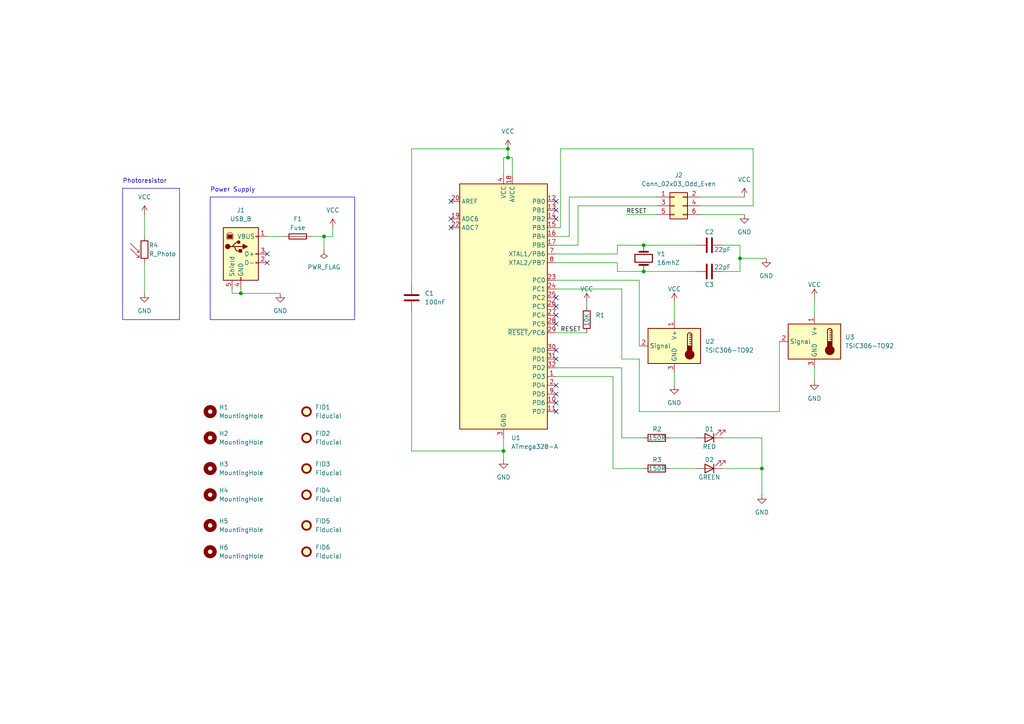
<source format=kicad_sch>
(kicad_sch (version 20230121) (generator eeschema)

  (uuid 56ddca2e-529f-4d2b-a516-e34210c90d32)

  (paper "A4")

  (lib_symbols
    (symbol "Connector:USB_B" (pin_names (offset 1.016)) (in_bom yes) (on_board yes)
      (property "Reference" "J" (at -5.08 11.43 0)
        (effects (font (size 1.27 1.27)) (justify left))
      )
      (property "Value" "USB_B" (at -5.08 8.89 0)
        (effects (font (size 1.27 1.27)) (justify left))
      )
      (property "Footprint" "" (at 3.81 -1.27 0)
        (effects (font (size 1.27 1.27)) hide)
      )
      (property "Datasheet" " ~" (at 3.81 -1.27 0)
        (effects (font (size 1.27 1.27)) hide)
      )
      (property "ki_keywords" "connector USB" (at 0 0 0)
        (effects (font (size 1.27 1.27)) hide)
      )
      (property "ki_description" "USB Type B connector" (at 0 0 0)
        (effects (font (size 1.27 1.27)) hide)
      )
      (property "ki_fp_filters" "USB*" (at 0 0 0)
        (effects (font (size 1.27 1.27)) hide)
      )
      (symbol "USB_B_0_1"
        (rectangle (start -5.08 -7.62) (end 5.08 7.62)
          (stroke (width 0.254) (type default))
          (fill (type background))
        )
        (circle (center -3.81 2.159) (radius 0.635)
          (stroke (width 0.254) (type default))
          (fill (type outline))
        )
        (rectangle (start -3.81 5.588) (end -2.54 4.572)
          (stroke (width 0) (type default))
          (fill (type outline))
        )
        (circle (center -0.635 3.429) (radius 0.381)
          (stroke (width 0.254) (type default))
          (fill (type outline))
        )
        (rectangle (start -0.127 -7.62) (end 0.127 -6.858)
          (stroke (width 0) (type default))
          (fill (type none))
        )
        (polyline
          (pts
            (xy -1.905 2.159)
            (xy 0.635 2.159)
          )
          (stroke (width 0.254) (type default))
          (fill (type none))
        )
        (polyline
          (pts
            (xy -3.175 2.159)
            (xy -2.54 2.159)
            (xy -1.27 3.429)
            (xy -0.635 3.429)
          )
          (stroke (width 0.254) (type default))
          (fill (type none))
        )
        (polyline
          (pts
            (xy -2.54 2.159)
            (xy -1.905 2.159)
            (xy -1.27 0.889)
            (xy 0 0.889)
          )
          (stroke (width 0.254) (type default))
          (fill (type none))
        )
        (polyline
          (pts
            (xy 0.635 2.794)
            (xy 0.635 1.524)
            (xy 1.905 2.159)
            (xy 0.635 2.794)
          )
          (stroke (width 0.254) (type default))
          (fill (type outline))
        )
        (polyline
          (pts
            (xy -4.064 4.318)
            (xy -2.286 4.318)
            (xy -2.286 5.715)
            (xy -2.667 6.096)
            (xy -3.683 6.096)
            (xy -4.064 5.715)
            (xy -4.064 4.318)
          )
          (stroke (width 0) (type default))
          (fill (type none))
        )
        (rectangle (start 0.254 1.27) (end -0.508 0.508)
          (stroke (width 0.254) (type default))
          (fill (type outline))
        )
        (rectangle (start 5.08 -2.667) (end 4.318 -2.413)
          (stroke (width 0) (type default))
          (fill (type none))
        )
        (rectangle (start 5.08 -0.127) (end 4.318 0.127)
          (stroke (width 0) (type default))
          (fill (type none))
        )
        (rectangle (start 5.08 4.953) (end 4.318 5.207)
          (stroke (width 0) (type default))
          (fill (type none))
        )
      )
      (symbol "USB_B_1_1"
        (pin power_out line (at 7.62 5.08 180) (length 2.54)
          (name "VBUS" (effects (font (size 1.27 1.27))))
          (number "1" (effects (font (size 1.27 1.27))))
        )
        (pin bidirectional line (at 7.62 -2.54 180) (length 2.54)
          (name "D-" (effects (font (size 1.27 1.27))))
          (number "2" (effects (font (size 1.27 1.27))))
        )
        (pin bidirectional line (at 7.62 0 180) (length 2.54)
          (name "D+" (effects (font (size 1.27 1.27))))
          (number "3" (effects (font (size 1.27 1.27))))
        )
        (pin power_out line (at 0 -10.16 90) (length 2.54)
          (name "GND" (effects (font (size 1.27 1.27))))
          (number "4" (effects (font (size 1.27 1.27))))
        )
        (pin passive line (at -2.54 -10.16 90) (length 2.54)
          (name "Shield" (effects (font (size 1.27 1.27))))
          (number "5" (effects (font (size 1.27 1.27))))
        )
      )
    )
    (symbol "Connector_Generic:Conn_02x03_Odd_Even" (pin_names (offset 1.016) hide) (in_bom yes) (on_board yes)
      (property "Reference" "J" (at 1.27 5.08 0)
        (effects (font (size 1.27 1.27)))
      )
      (property "Value" "Conn_02x03_Odd_Even" (at 1.27 -5.08 0)
        (effects (font (size 1.27 1.27)))
      )
      (property "Footprint" "" (at 0 0 0)
        (effects (font (size 1.27 1.27)) hide)
      )
      (property "Datasheet" "~" (at 0 0 0)
        (effects (font (size 1.27 1.27)) hide)
      )
      (property "ki_keywords" "connector" (at 0 0 0)
        (effects (font (size 1.27 1.27)) hide)
      )
      (property "ki_description" "Generic connector, double row, 02x03, odd/even pin numbering scheme (row 1 odd numbers, row 2 even numbers), script generated (kicad-library-utils/schlib/autogen/connector/)" (at 0 0 0)
        (effects (font (size 1.27 1.27)) hide)
      )
      (property "ki_fp_filters" "Connector*:*_2x??_*" (at 0 0 0)
        (effects (font (size 1.27 1.27)) hide)
      )
      (symbol "Conn_02x03_Odd_Even_1_1"
        (rectangle (start -1.27 -2.413) (end 0 -2.667)
          (stroke (width 0.1524) (type default))
          (fill (type none))
        )
        (rectangle (start -1.27 0.127) (end 0 -0.127)
          (stroke (width 0.1524) (type default))
          (fill (type none))
        )
        (rectangle (start -1.27 2.667) (end 0 2.413)
          (stroke (width 0.1524) (type default))
          (fill (type none))
        )
        (rectangle (start -1.27 3.81) (end 3.81 -3.81)
          (stroke (width 0.254) (type default))
          (fill (type background))
        )
        (rectangle (start 3.81 -2.413) (end 2.54 -2.667)
          (stroke (width 0.1524) (type default))
          (fill (type none))
        )
        (rectangle (start 3.81 0.127) (end 2.54 -0.127)
          (stroke (width 0.1524) (type default))
          (fill (type none))
        )
        (rectangle (start 3.81 2.667) (end 2.54 2.413)
          (stroke (width 0.1524) (type default))
          (fill (type none))
        )
        (pin passive line (at -5.08 2.54 0) (length 3.81)
          (name "Pin_1" (effects (font (size 1.27 1.27))))
          (number "1" (effects (font (size 1.27 1.27))))
        )
        (pin passive line (at 7.62 2.54 180) (length 3.81)
          (name "Pin_2" (effects (font (size 1.27 1.27))))
          (number "2" (effects (font (size 1.27 1.27))))
        )
        (pin passive line (at -5.08 0 0) (length 3.81)
          (name "Pin_3" (effects (font (size 1.27 1.27))))
          (number "3" (effects (font (size 1.27 1.27))))
        )
        (pin passive line (at 7.62 0 180) (length 3.81)
          (name "Pin_4" (effects (font (size 1.27 1.27))))
          (number "4" (effects (font (size 1.27 1.27))))
        )
        (pin passive line (at -5.08 -2.54 0) (length 3.81)
          (name "Pin_5" (effects (font (size 1.27 1.27))))
          (number "5" (effects (font (size 1.27 1.27))))
        )
        (pin passive line (at 7.62 -2.54 180) (length 3.81)
          (name "Pin_6" (effects (font (size 1.27 1.27))))
          (number "6" (effects (font (size 1.27 1.27))))
        )
      )
    )
    (symbol "Device:C" (pin_numbers hide) (pin_names (offset 0.254)) (in_bom yes) (on_board yes)
      (property "Reference" "C" (at 0.635 2.54 0)
        (effects (font (size 1.27 1.27)) (justify left))
      )
      (property "Value" "C" (at 0.635 -2.54 0)
        (effects (font (size 1.27 1.27)) (justify left))
      )
      (property "Footprint" "" (at 0.9652 -3.81 0)
        (effects (font (size 1.27 1.27)) hide)
      )
      (property "Datasheet" "~" (at 0 0 0)
        (effects (font (size 1.27 1.27)) hide)
      )
      (property "ki_keywords" "cap capacitor" (at 0 0 0)
        (effects (font (size 1.27 1.27)) hide)
      )
      (property "ki_description" "Unpolarized capacitor" (at 0 0 0)
        (effects (font (size 1.27 1.27)) hide)
      )
      (property "ki_fp_filters" "C_*" (at 0 0 0)
        (effects (font (size 1.27 1.27)) hide)
      )
      (symbol "C_0_1"
        (polyline
          (pts
            (xy -2.032 -0.762)
            (xy 2.032 -0.762)
          )
          (stroke (width 0.508) (type default))
          (fill (type none))
        )
        (polyline
          (pts
            (xy -2.032 0.762)
            (xy 2.032 0.762)
          )
          (stroke (width 0.508) (type default))
          (fill (type none))
        )
      )
      (symbol "C_1_1"
        (pin passive line (at 0 3.81 270) (length 2.794)
          (name "~" (effects (font (size 1.27 1.27))))
          (number "1" (effects (font (size 1.27 1.27))))
        )
        (pin passive line (at 0 -3.81 90) (length 2.794)
          (name "~" (effects (font (size 1.27 1.27))))
          (number "2" (effects (font (size 1.27 1.27))))
        )
      )
    )
    (symbol "Device:Crystal" (pin_numbers hide) (pin_names (offset 1.016) hide) (in_bom yes) (on_board yes)
      (property "Reference" "Y" (at 0 3.81 0)
        (effects (font (size 1.27 1.27)))
      )
      (property "Value" "Crystal" (at 0 -3.81 0)
        (effects (font (size 1.27 1.27)))
      )
      (property "Footprint" "" (at 0 0 0)
        (effects (font (size 1.27 1.27)) hide)
      )
      (property "Datasheet" "~" (at 0 0 0)
        (effects (font (size 1.27 1.27)) hide)
      )
      (property "ki_keywords" "quartz ceramic resonator oscillator" (at 0 0 0)
        (effects (font (size 1.27 1.27)) hide)
      )
      (property "ki_description" "Two pin crystal" (at 0 0 0)
        (effects (font (size 1.27 1.27)) hide)
      )
      (property "ki_fp_filters" "Crystal*" (at 0 0 0)
        (effects (font (size 1.27 1.27)) hide)
      )
      (symbol "Crystal_0_1"
        (rectangle (start -1.143 2.54) (end 1.143 -2.54)
          (stroke (width 0.3048) (type default))
          (fill (type none))
        )
        (polyline
          (pts
            (xy -2.54 0)
            (xy -1.905 0)
          )
          (stroke (width 0) (type default))
          (fill (type none))
        )
        (polyline
          (pts
            (xy -1.905 -1.27)
            (xy -1.905 1.27)
          )
          (stroke (width 0.508) (type default))
          (fill (type none))
        )
        (polyline
          (pts
            (xy 1.905 -1.27)
            (xy 1.905 1.27)
          )
          (stroke (width 0.508) (type default))
          (fill (type none))
        )
        (polyline
          (pts
            (xy 2.54 0)
            (xy 1.905 0)
          )
          (stroke (width 0) (type default))
          (fill (type none))
        )
      )
      (symbol "Crystal_1_1"
        (pin passive line (at -3.81 0 0) (length 1.27)
          (name "1" (effects (font (size 1.27 1.27))))
          (number "1" (effects (font (size 1.27 1.27))))
        )
        (pin passive line (at 3.81 0 180) (length 1.27)
          (name "2" (effects (font (size 1.27 1.27))))
          (number "2" (effects (font (size 1.27 1.27))))
        )
      )
    )
    (symbol "Device:Fuse" (pin_numbers hide) (pin_names (offset 0)) (in_bom yes) (on_board yes)
      (property "Reference" "F" (at 2.032 0 90)
        (effects (font (size 1.27 1.27)))
      )
      (property "Value" "Fuse" (at -1.905 0 90)
        (effects (font (size 1.27 1.27)))
      )
      (property "Footprint" "" (at -1.778 0 90)
        (effects (font (size 1.27 1.27)) hide)
      )
      (property "Datasheet" "~" (at 0 0 0)
        (effects (font (size 1.27 1.27)) hide)
      )
      (property "ki_keywords" "fuse" (at 0 0 0)
        (effects (font (size 1.27 1.27)) hide)
      )
      (property "ki_description" "Fuse" (at 0 0 0)
        (effects (font (size 1.27 1.27)) hide)
      )
      (property "ki_fp_filters" "*Fuse*" (at 0 0 0)
        (effects (font (size 1.27 1.27)) hide)
      )
      (symbol "Fuse_0_1"
        (rectangle (start -0.762 -2.54) (end 0.762 2.54)
          (stroke (width 0.254) (type default))
          (fill (type none))
        )
        (polyline
          (pts
            (xy 0 2.54)
            (xy 0 -2.54)
          )
          (stroke (width 0) (type default))
          (fill (type none))
        )
      )
      (symbol "Fuse_1_1"
        (pin passive line (at 0 3.81 270) (length 1.27)
          (name "~" (effects (font (size 1.27 1.27))))
          (number "1" (effects (font (size 1.27 1.27))))
        )
        (pin passive line (at 0 -3.81 90) (length 1.27)
          (name "~" (effects (font (size 1.27 1.27))))
          (number "2" (effects (font (size 1.27 1.27))))
        )
      )
    )
    (symbol "Device:LED" (pin_numbers hide) (pin_names (offset 1.016) hide) (in_bom yes) (on_board yes)
      (property "Reference" "D" (at 0 2.54 0)
        (effects (font (size 1.27 1.27)))
      )
      (property "Value" "LED" (at 0 -2.54 0)
        (effects (font (size 1.27 1.27)))
      )
      (property "Footprint" "" (at 0 0 0)
        (effects (font (size 1.27 1.27)) hide)
      )
      (property "Datasheet" "~" (at 0 0 0)
        (effects (font (size 1.27 1.27)) hide)
      )
      (property "ki_keywords" "LED diode" (at 0 0 0)
        (effects (font (size 1.27 1.27)) hide)
      )
      (property "ki_description" "Light emitting diode" (at 0 0 0)
        (effects (font (size 1.27 1.27)) hide)
      )
      (property "ki_fp_filters" "LED* LED_SMD:* LED_THT:*" (at 0 0 0)
        (effects (font (size 1.27 1.27)) hide)
      )
      (symbol "LED_0_1"
        (polyline
          (pts
            (xy -1.27 -1.27)
            (xy -1.27 1.27)
          )
          (stroke (width 0.254) (type default))
          (fill (type none))
        )
        (polyline
          (pts
            (xy -1.27 0)
            (xy 1.27 0)
          )
          (stroke (width 0) (type default))
          (fill (type none))
        )
        (polyline
          (pts
            (xy 1.27 -1.27)
            (xy 1.27 1.27)
            (xy -1.27 0)
            (xy 1.27 -1.27)
          )
          (stroke (width 0.254) (type default))
          (fill (type none))
        )
        (polyline
          (pts
            (xy -3.048 -0.762)
            (xy -4.572 -2.286)
            (xy -3.81 -2.286)
            (xy -4.572 -2.286)
            (xy -4.572 -1.524)
          )
          (stroke (width 0) (type default))
          (fill (type none))
        )
        (polyline
          (pts
            (xy -1.778 -0.762)
            (xy -3.302 -2.286)
            (xy -2.54 -2.286)
            (xy -3.302 -2.286)
            (xy -3.302 -1.524)
          )
          (stroke (width 0) (type default))
          (fill (type none))
        )
      )
      (symbol "LED_1_1"
        (pin passive line (at -3.81 0 0) (length 2.54)
          (name "K" (effects (font (size 1.27 1.27))))
          (number "1" (effects (font (size 1.27 1.27))))
        )
        (pin passive line (at 3.81 0 180) (length 2.54)
          (name "A" (effects (font (size 1.27 1.27))))
          (number "2" (effects (font (size 1.27 1.27))))
        )
      )
    )
    (symbol "Device:R" (pin_numbers hide) (pin_names (offset 0)) (in_bom yes) (on_board yes)
      (property "Reference" "R" (at 2.032 0 90)
        (effects (font (size 1.27 1.27)))
      )
      (property "Value" "R" (at 0 0 90)
        (effects (font (size 1.27 1.27)))
      )
      (property "Footprint" "" (at -1.778 0 90)
        (effects (font (size 1.27 1.27)) hide)
      )
      (property "Datasheet" "~" (at 0 0 0)
        (effects (font (size 1.27 1.27)) hide)
      )
      (property "ki_keywords" "R res resistor" (at 0 0 0)
        (effects (font (size 1.27 1.27)) hide)
      )
      (property "ki_description" "Resistor" (at 0 0 0)
        (effects (font (size 1.27 1.27)) hide)
      )
      (property "ki_fp_filters" "R_*" (at 0 0 0)
        (effects (font (size 1.27 1.27)) hide)
      )
      (symbol "R_0_1"
        (rectangle (start -1.016 -2.54) (end 1.016 2.54)
          (stroke (width 0.254) (type default))
          (fill (type none))
        )
      )
      (symbol "R_1_1"
        (pin passive line (at 0 3.81 270) (length 1.27)
          (name "~" (effects (font (size 1.27 1.27))))
          (number "1" (effects (font (size 1.27 1.27))))
        )
        (pin passive line (at 0 -3.81 90) (length 1.27)
          (name "~" (effects (font (size 1.27 1.27))))
          (number "2" (effects (font (size 1.27 1.27))))
        )
      )
    )
    (symbol "Device:R_Photo" (pin_numbers hide) (pin_names (offset 0)) (in_bom yes) (on_board yes)
      (property "Reference" "R" (at 1.27 1.27 0)
        (effects (font (size 1.27 1.27)) (justify left))
      )
      (property "Value" "R_Photo" (at 1.27 0 0)
        (effects (font (size 1.27 1.27)) (justify left top))
      )
      (property "Footprint" "" (at 1.27 -6.35 90)
        (effects (font (size 1.27 1.27)) (justify left) hide)
      )
      (property "Datasheet" "~" (at 0 -1.27 0)
        (effects (font (size 1.27 1.27)) hide)
      )
      (property "ki_keywords" "resistor variable light sensitive opto LDR" (at 0 0 0)
        (effects (font (size 1.27 1.27)) hide)
      )
      (property "ki_description" "Photoresistor" (at 0 0 0)
        (effects (font (size 1.27 1.27)) hide)
      )
      (property "ki_fp_filters" "*LDR* R?LDR*" (at 0 0 0)
        (effects (font (size 1.27 1.27)) hide)
      )
      (symbol "R_Photo_0_1"
        (rectangle (start -1.016 2.54) (end 1.016 -2.54)
          (stroke (width 0.254) (type default))
          (fill (type none))
        )
        (polyline
          (pts
            (xy -1.524 -2.286)
            (xy -4.064 0.254)
          )
          (stroke (width 0) (type default))
          (fill (type none))
        )
        (polyline
          (pts
            (xy -1.524 -2.286)
            (xy -2.286 -2.286)
          )
          (stroke (width 0) (type default))
          (fill (type none))
        )
        (polyline
          (pts
            (xy -1.524 -2.286)
            (xy -1.524 -1.524)
          )
          (stroke (width 0) (type default))
          (fill (type none))
        )
        (polyline
          (pts
            (xy -1.524 -0.762)
            (xy -4.064 1.778)
          )
          (stroke (width 0) (type default))
          (fill (type none))
        )
        (polyline
          (pts
            (xy -1.524 -0.762)
            (xy -2.286 -0.762)
          )
          (stroke (width 0) (type default))
          (fill (type none))
        )
        (polyline
          (pts
            (xy -1.524 -0.762)
            (xy -1.524 0)
          )
          (stroke (width 0) (type default))
          (fill (type none))
        )
      )
      (symbol "R_Photo_1_1"
        (pin passive line (at 0 3.81 270) (length 1.27)
          (name "~" (effects (font (size 1.27 1.27))))
          (number "1" (effects (font (size 1.27 1.27))))
        )
        (pin passive line (at 0 -3.81 90) (length 1.27)
          (name "~" (effects (font (size 1.27 1.27))))
          (number "2" (effects (font (size 1.27 1.27))))
        )
      )
    )
    (symbol "MCU_Microchip_ATmega:ATmega328-A" (in_bom yes) (on_board yes)
      (property "Reference" "U" (at -12.7 36.83 0)
        (effects (font (size 1.27 1.27)) (justify left bottom))
      )
      (property "Value" "ATmega328-A" (at 2.54 -36.83 0)
        (effects (font (size 1.27 1.27)) (justify left top))
      )
      (property "Footprint" "Package_QFP:TQFP-32_7x7mm_P0.8mm" (at 0 0 0)
        (effects (font (size 1.27 1.27) italic) hide)
      )
      (property "Datasheet" "http://ww1.microchip.com/downloads/en/DeviceDoc/ATmega328_P%20AVR%20MCU%20with%20picoPower%20Technology%20Data%20Sheet%2040001984A.pdf" (at 0 0 0)
        (effects (font (size 1.27 1.27)) hide)
      )
      (property "ki_keywords" "AVR 8bit Microcontroller MegaAVR" (at 0 0 0)
        (effects (font (size 1.27 1.27)) hide)
      )
      (property "ki_description" "20MHz, 32kB Flash, 2kB SRAM, 1kB EEPROM, TQFP-32" (at 0 0 0)
        (effects (font (size 1.27 1.27)) hide)
      )
      (property "ki_fp_filters" "TQFP*7x7mm*P0.8mm*" (at 0 0 0)
        (effects (font (size 1.27 1.27)) hide)
      )
      (symbol "ATmega328-A_0_1"
        (rectangle (start -12.7 -35.56) (end 12.7 35.56)
          (stroke (width 0.254) (type default))
          (fill (type background))
        )
      )
      (symbol "ATmega328-A_1_1"
        (pin bidirectional line (at 15.24 -20.32 180) (length 2.54)
          (name "PD3" (effects (font (size 1.27 1.27))))
          (number "1" (effects (font (size 1.27 1.27))))
        )
        (pin bidirectional line (at 15.24 -27.94 180) (length 2.54)
          (name "PD6" (effects (font (size 1.27 1.27))))
          (number "10" (effects (font (size 1.27 1.27))))
        )
        (pin bidirectional line (at 15.24 -30.48 180) (length 2.54)
          (name "PD7" (effects (font (size 1.27 1.27))))
          (number "11" (effects (font (size 1.27 1.27))))
        )
        (pin bidirectional line (at 15.24 30.48 180) (length 2.54)
          (name "PB0" (effects (font (size 1.27 1.27))))
          (number "12" (effects (font (size 1.27 1.27))))
        )
        (pin bidirectional line (at 15.24 27.94 180) (length 2.54)
          (name "PB1" (effects (font (size 1.27 1.27))))
          (number "13" (effects (font (size 1.27 1.27))))
        )
        (pin bidirectional line (at 15.24 25.4 180) (length 2.54)
          (name "PB2" (effects (font (size 1.27 1.27))))
          (number "14" (effects (font (size 1.27 1.27))))
        )
        (pin bidirectional line (at 15.24 22.86 180) (length 2.54)
          (name "PB3" (effects (font (size 1.27 1.27))))
          (number "15" (effects (font (size 1.27 1.27))))
        )
        (pin bidirectional line (at 15.24 20.32 180) (length 2.54)
          (name "PB4" (effects (font (size 1.27 1.27))))
          (number "16" (effects (font (size 1.27 1.27))))
        )
        (pin bidirectional line (at 15.24 17.78 180) (length 2.54)
          (name "PB5" (effects (font (size 1.27 1.27))))
          (number "17" (effects (font (size 1.27 1.27))))
        )
        (pin power_in line (at 2.54 38.1 270) (length 2.54)
          (name "AVCC" (effects (font (size 1.27 1.27))))
          (number "18" (effects (font (size 1.27 1.27))))
        )
        (pin input line (at -15.24 25.4 0) (length 2.54)
          (name "ADC6" (effects (font (size 1.27 1.27))))
          (number "19" (effects (font (size 1.27 1.27))))
        )
        (pin bidirectional line (at 15.24 -22.86 180) (length 2.54)
          (name "PD4" (effects (font (size 1.27 1.27))))
          (number "2" (effects (font (size 1.27 1.27))))
        )
        (pin passive line (at -15.24 30.48 0) (length 2.54)
          (name "AREF" (effects (font (size 1.27 1.27))))
          (number "20" (effects (font (size 1.27 1.27))))
        )
        (pin passive line (at 0 -38.1 90) (length 2.54) hide
          (name "GND" (effects (font (size 1.27 1.27))))
          (number "21" (effects (font (size 1.27 1.27))))
        )
        (pin input line (at -15.24 22.86 0) (length 2.54)
          (name "ADC7" (effects (font (size 1.27 1.27))))
          (number "22" (effects (font (size 1.27 1.27))))
        )
        (pin bidirectional line (at 15.24 7.62 180) (length 2.54)
          (name "PC0" (effects (font (size 1.27 1.27))))
          (number "23" (effects (font (size 1.27 1.27))))
        )
        (pin bidirectional line (at 15.24 5.08 180) (length 2.54)
          (name "PC1" (effects (font (size 1.27 1.27))))
          (number "24" (effects (font (size 1.27 1.27))))
        )
        (pin bidirectional line (at 15.24 2.54 180) (length 2.54)
          (name "PC2" (effects (font (size 1.27 1.27))))
          (number "25" (effects (font (size 1.27 1.27))))
        )
        (pin bidirectional line (at 15.24 0 180) (length 2.54)
          (name "PC3" (effects (font (size 1.27 1.27))))
          (number "26" (effects (font (size 1.27 1.27))))
        )
        (pin bidirectional line (at 15.24 -2.54 180) (length 2.54)
          (name "PC4" (effects (font (size 1.27 1.27))))
          (number "27" (effects (font (size 1.27 1.27))))
        )
        (pin bidirectional line (at 15.24 -5.08 180) (length 2.54)
          (name "PC5" (effects (font (size 1.27 1.27))))
          (number "28" (effects (font (size 1.27 1.27))))
        )
        (pin bidirectional line (at 15.24 -7.62 180) (length 2.54)
          (name "~{RESET}/PC6" (effects (font (size 1.27 1.27))))
          (number "29" (effects (font (size 1.27 1.27))))
        )
        (pin power_in line (at 0 -38.1 90) (length 2.54)
          (name "GND" (effects (font (size 1.27 1.27))))
          (number "3" (effects (font (size 1.27 1.27))))
        )
        (pin bidirectional line (at 15.24 -12.7 180) (length 2.54)
          (name "PD0" (effects (font (size 1.27 1.27))))
          (number "30" (effects (font (size 1.27 1.27))))
        )
        (pin bidirectional line (at 15.24 -15.24 180) (length 2.54)
          (name "PD1" (effects (font (size 1.27 1.27))))
          (number "31" (effects (font (size 1.27 1.27))))
        )
        (pin bidirectional line (at 15.24 -17.78 180) (length 2.54)
          (name "PD2" (effects (font (size 1.27 1.27))))
          (number "32" (effects (font (size 1.27 1.27))))
        )
        (pin power_in line (at 0 38.1 270) (length 2.54)
          (name "VCC" (effects (font (size 1.27 1.27))))
          (number "4" (effects (font (size 1.27 1.27))))
        )
        (pin passive line (at 0 -38.1 90) (length 2.54) hide
          (name "GND" (effects (font (size 1.27 1.27))))
          (number "5" (effects (font (size 1.27 1.27))))
        )
        (pin passive line (at 0 38.1 270) (length 2.54) hide
          (name "VCC" (effects (font (size 1.27 1.27))))
          (number "6" (effects (font (size 1.27 1.27))))
        )
        (pin bidirectional line (at 15.24 15.24 180) (length 2.54)
          (name "XTAL1/PB6" (effects (font (size 1.27 1.27))))
          (number "7" (effects (font (size 1.27 1.27))))
        )
        (pin bidirectional line (at 15.24 12.7 180) (length 2.54)
          (name "XTAL2/PB7" (effects (font (size 1.27 1.27))))
          (number "8" (effects (font (size 1.27 1.27))))
        )
        (pin bidirectional line (at 15.24 -25.4 180) (length 2.54)
          (name "PD5" (effects (font (size 1.27 1.27))))
          (number "9" (effects (font (size 1.27 1.27))))
        )
      )
    )
    (symbol "Mechanical:Fiducial" (in_bom yes) (on_board yes)
      (property "Reference" "FID" (at 0 5.08 0)
        (effects (font (size 1.27 1.27)))
      )
      (property "Value" "Fiducial" (at 0 3.175 0)
        (effects (font (size 1.27 1.27)))
      )
      (property "Footprint" "" (at 0 0 0)
        (effects (font (size 1.27 1.27)) hide)
      )
      (property "Datasheet" "~" (at 0 0 0)
        (effects (font (size 1.27 1.27)) hide)
      )
      (property "ki_keywords" "fiducial marker" (at 0 0 0)
        (effects (font (size 1.27 1.27)) hide)
      )
      (property "ki_description" "Fiducial Marker" (at 0 0 0)
        (effects (font (size 1.27 1.27)) hide)
      )
      (property "ki_fp_filters" "Fiducial*" (at 0 0 0)
        (effects (font (size 1.27 1.27)) hide)
      )
      (symbol "Fiducial_0_1"
        (circle (center 0 0) (radius 1.27)
          (stroke (width 0.508) (type default))
          (fill (type background))
        )
      )
    )
    (symbol "Mechanical:MountingHole" (pin_names (offset 1.016)) (in_bom yes) (on_board yes)
      (property "Reference" "H" (at 0 5.08 0)
        (effects (font (size 1.27 1.27)))
      )
      (property "Value" "MountingHole" (at 0 3.175 0)
        (effects (font (size 1.27 1.27)))
      )
      (property "Footprint" "" (at 0 0 0)
        (effects (font (size 1.27 1.27)) hide)
      )
      (property "Datasheet" "~" (at 0 0 0)
        (effects (font (size 1.27 1.27)) hide)
      )
      (property "ki_keywords" "mounting hole" (at 0 0 0)
        (effects (font (size 1.27 1.27)) hide)
      )
      (property "ki_description" "Mounting Hole without connection" (at 0 0 0)
        (effects (font (size 1.27 1.27)) hide)
      )
      (property "ki_fp_filters" "MountingHole*" (at 0 0 0)
        (effects (font (size 1.27 1.27)) hide)
      )
      (symbol "MountingHole_0_1"
        (circle (center 0 0) (radius 1.27)
          (stroke (width 1.27) (type default))
          (fill (type none))
        )
      )
    )
    (symbol "Sensor_Temperature:TSIC306-TO92" (in_bom yes) (on_board yes)
      (property "Reference" "U" (at -6.35 6.35 0)
        (effects (font (size 1.27 1.27)))
      )
      (property "Value" "TSIC306-TO92" (at 1.27 6.35 0)
        (effects (font (size 1.27 1.27)) (justify left))
      )
      (property "Footprint" "Package_TO_SOT_THT:TO-92_Inline" (at -8.89 3.81 0)
        (effects (font (size 1.27 1.27)) (justify left) hide)
      )
      (property "Datasheet" "https://shop.bb-sensors.com/out/media/Datasheet_Digital_Semiconductor_temperatur_sensor_TSIC.pdf" (at 0 0 0)
        (effects (font (size 1.27 1.27)) hide)
      )
      (property "ki_keywords" "temperature digital" (at 0 0 0)
        (effects (font (size 1.27 1.27)) hide)
      )
      (property "ki_description" "Digital temperature sensor, range -50 ... +150 °C, 0.3 K accuracy, TO-92" (at 0 0 0)
        (effects (font (size 1.27 1.27)) hide)
      )
      (property "ki_fp_filters" "TO?92*" (at 0 0 0)
        (effects (font (size 1.27 1.27)) hide)
      )
      (symbol "TSIC306-TO92_0_1"
        (rectangle (start -7.62 5.08) (end 7.62 -5.08)
          (stroke (width 0.254) (type default))
          (fill (type background))
        )
        (circle (center -4.445 -2.54) (radius 1.27)
          (stroke (width 0.254) (type default))
          (fill (type outline))
        )
        (rectangle (start -3.81 -1.905) (end -5.08 0)
          (stroke (width 0.254) (type default))
          (fill (type outline))
        )
        (arc (start -3.81 3.175) (mid -4.445 3.8073) (end -5.08 3.175)
          (stroke (width 0.254) (type default))
          (fill (type none))
        )
        (polyline
          (pts
            (xy -5.08 0.635)
            (xy -4.445 0.635)
          )
          (stroke (width 0.254) (type default))
          (fill (type none))
        )
        (polyline
          (pts
            (xy -5.08 1.27)
            (xy -4.445 1.27)
          )
          (stroke (width 0.254) (type default))
          (fill (type none))
        )
        (polyline
          (pts
            (xy -5.08 1.905)
            (xy -4.445 1.905)
          )
          (stroke (width 0.254) (type default))
          (fill (type none))
        )
        (polyline
          (pts
            (xy -5.08 2.54)
            (xy -4.445 2.54)
          )
          (stroke (width 0.254) (type default))
          (fill (type none))
        )
        (polyline
          (pts
            (xy -5.08 3.175)
            (xy -5.08 0)
          )
          (stroke (width 0.254) (type default))
          (fill (type none))
        )
        (polyline
          (pts
            (xy -5.08 3.175)
            (xy -4.445 3.175)
          )
          (stroke (width 0.254) (type default))
          (fill (type none))
        )
        (polyline
          (pts
            (xy -3.81 3.175)
            (xy -3.81 0)
          )
          (stroke (width 0.254) (type default))
          (fill (type none))
        )
      )
      (symbol "TSIC306-TO92_1_1"
        (pin power_in line (at 0 7.62 270) (length 2.54)
          (name "V+" (effects (font (size 1.27 1.27))))
          (number "1" (effects (font (size 1.27 1.27))))
        )
        (pin output line (at 10.16 0 180) (length 2.54)
          (name "Signal" (effects (font (size 1.27 1.27))))
          (number "2" (effects (font (size 1.27 1.27))))
        )
        (pin power_in line (at 0 -7.62 90) (length 2.54)
          (name "GND" (effects (font (size 1.27 1.27))))
          (number "3" (effects (font (size 1.27 1.27))))
        )
      )
    )
    (symbol "power:GND" (power) (pin_names (offset 0)) (in_bom yes) (on_board yes)
      (property "Reference" "#PWR" (at 0 -6.35 0)
        (effects (font (size 1.27 1.27)) hide)
      )
      (property "Value" "GND" (at 0 -3.81 0)
        (effects (font (size 1.27 1.27)))
      )
      (property "Footprint" "" (at 0 0 0)
        (effects (font (size 1.27 1.27)) hide)
      )
      (property "Datasheet" "" (at 0 0 0)
        (effects (font (size 1.27 1.27)) hide)
      )
      (property "ki_keywords" "global power" (at 0 0 0)
        (effects (font (size 1.27 1.27)) hide)
      )
      (property "ki_description" "Power symbol creates a global label with name \"GND\" , ground" (at 0 0 0)
        (effects (font (size 1.27 1.27)) hide)
      )
      (symbol "GND_0_1"
        (polyline
          (pts
            (xy 0 0)
            (xy 0 -1.27)
            (xy 1.27 -1.27)
            (xy 0 -2.54)
            (xy -1.27 -1.27)
            (xy 0 -1.27)
          )
          (stroke (width 0) (type default))
          (fill (type none))
        )
      )
      (symbol "GND_1_1"
        (pin power_in line (at 0 0 270) (length 0) hide
          (name "GND" (effects (font (size 1.27 1.27))))
          (number "1" (effects (font (size 1.27 1.27))))
        )
      )
    )
    (symbol "power:PWR_FLAG" (power) (pin_numbers hide) (pin_names (offset 0) hide) (in_bom yes) (on_board yes)
      (property "Reference" "#FLG" (at 0 1.905 0)
        (effects (font (size 1.27 1.27)) hide)
      )
      (property "Value" "PWR_FLAG" (at 0 3.81 0)
        (effects (font (size 1.27 1.27)))
      )
      (property "Footprint" "" (at 0 0 0)
        (effects (font (size 1.27 1.27)) hide)
      )
      (property "Datasheet" "~" (at 0 0 0)
        (effects (font (size 1.27 1.27)) hide)
      )
      (property "ki_keywords" "flag power" (at 0 0 0)
        (effects (font (size 1.27 1.27)) hide)
      )
      (property "ki_description" "Special symbol for telling ERC where power comes from" (at 0 0 0)
        (effects (font (size 1.27 1.27)) hide)
      )
      (symbol "PWR_FLAG_0_0"
        (pin power_out line (at 0 0 90) (length 0)
          (name "pwr" (effects (font (size 1.27 1.27))))
          (number "1" (effects (font (size 1.27 1.27))))
        )
      )
      (symbol "PWR_FLAG_0_1"
        (polyline
          (pts
            (xy 0 0)
            (xy 0 1.27)
            (xy -1.016 1.905)
            (xy 0 2.54)
            (xy 1.016 1.905)
            (xy 0 1.27)
          )
          (stroke (width 0) (type default))
          (fill (type none))
        )
      )
    )
    (symbol "power:VCC" (power) (pin_names (offset 0)) (in_bom yes) (on_board yes)
      (property "Reference" "#PWR" (at 0 -3.81 0)
        (effects (font (size 1.27 1.27)) hide)
      )
      (property "Value" "VCC" (at 0 3.81 0)
        (effects (font (size 1.27 1.27)))
      )
      (property "Footprint" "" (at 0 0 0)
        (effects (font (size 1.27 1.27)) hide)
      )
      (property "Datasheet" "" (at 0 0 0)
        (effects (font (size 1.27 1.27)) hide)
      )
      (property "ki_keywords" "global power" (at 0 0 0)
        (effects (font (size 1.27 1.27)) hide)
      )
      (property "ki_description" "Power symbol creates a global label with name \"VCC\"" (at 0 0 0)
        (effects (font (size 1.27 1.27)) hide)
      )
      (symbol "VCC_0_1"
        (polyline
          (pts
            (xy -0.762 1.27)
            (xy 0 2.54)
          )
          (stroke (width 0) (type default))
          (fill (type none))
        )
        (polyline
          (pts
            (xy 0 0)
            (xy 0 2.54)
          )
          (stroke (width 0) (type default))
          (fill (type none))
        )
        (polyline
          (pts
            (xy 0 2.54)
            (xy 0.762 1.27)
          )
          (stroke (width 0) (type default))
          (fill (type none))
        )
      )
      (symbol "VCC_1_1"
        (pin power_in line (at 0 0 90) (length 0) hide
          (name "VCC" (effects (font (size 1.27 1.27))))
          (number "1" (effects (font (size 1.27 1.27))))
        )
      )
    )
  )

  (junction (at 220.98 135.89) (diameter 0) (color 0 0 0 0)
    (uuid 072cce51-ec6f-4142-a818-95e27160b2b9)
  )
  (junction (at 186.69 78.74) (diameter 0) (color 0 0 0 0)
    (uuid 0e185520-590c-4588-9a4d-69a37365997b)
  )
  (junction (at 93.98 68.58) (diameter 0) (color 0 0 0 0)
    (uuid 3b37a44d-b817-4cf8-b810-1d985257ce60)
  )
  (junction (at 214.63 74.93) (diameter 0) (color 0 0 0 0)
    (uuid 3fb34f33-59ee-459d-8ecb-2fe5669a1f55)
  )
  (junction (at 147.32 43.18) (diameter 0) (color 0 0 0 0)
    (uuid 4a146cb5-52f8-4f70-9391-94e78c15de09)
  )
  (junction (at 69.85 85.09) (diameter 0) (color 0 0 0 0)
    (uuid 53d372a0-5973-46b2-b8da-9121a4ab988b)
  )
  (junction (at 186.69 71.12) (diameter 0) (color 0 0 0 0)
    (uuid 5b5da176-a119-4c19-a5a0-4e43f3ca81fe)
  )
  (junction (at 147.32 45.72) (diameter 0) (color 0 0 0 0)
    (uuid 8c6ea9b7-3705-49f7-8010-cb03a6c17532)
  )
  (junction (at 146.05 130.81) (diameter 0) (color 0 0 0 0)
    (uuid d88292af-92bc-4cd9-8b59-b7b94695a643)
  )

  (no_connect (at 161.29 101.6) (uuid 004e0e38-2b42-41b0-ab37-465c115002ed))
  (no_connect (at 161.29 63.5) (uuid 1e0ae04e-760d-42a5-88e7-82426b1b9598))
  (no_connect (at 130.81 66.04) (uuid 229bb82c-63bc-42c1-9885-e59548187743))
  (no_connect (at 161.29 93.98) (uuid 24941b87-760c-49bc-a820-ec7cb3454e18))
  (no_connect (at 130.81 63.5) (uuid 3f129fa1-2107-42a3-9846-79545d436a91))
  (no_connect (at 130.81 58.42) (uuid 5a5b2a97-bb91-4406-a156-e61ad3a359dd))
  (no_connect (at 161.29 88.9) (uuid 6f9c52a5-633d-4e7f-a015-4e979cbc3c98))
  (no_connect (at 77.47 73.66) (uuid 7a877f8a-158c-4bae-9257-4a4f45cda571))
  (no_connect (at 161.29 116.84) (uuid 89d0a526-6fb3-42cd-8f58-f7a62522859b))
  (no_connect (at 161.29 119.38) (uuid 8a755570-14db-4453-ae48-650ef80d3e43))
  (no_connect (at 161.29 58.42) (uuid 9730baf5-3e3e-4b0a-bf16-467503714f3c))
  (no_connect (at 161.29 91.44) (uuid 978de3c3-c94f-4f35-9406-7eec7940a97e))
  (no_connect (at 161.29 60.96) (uuid 9f533b08-84f6-47a7-ac01-3bbbb78419f4))
  (no_connect (at 161.29 114.3) (uuid b13cb989-5bc3-4586-8c12-9fa280e96e7a))
  (no_connect (at 161.29 86.36) (uuid cf667221-51ec-4114-857a-88d8951f0e8c))
  (no_connect (at 161.29 104.14) (uuid d092b28d-8fba-4df4-83ee-3d4b51d0e228))
  (no_connect (at 77.47 76.2) (uuid f741dcf0-2b0b-4525-93c3-29a02c2b57a1))
  (no_connect (at 161.29 111.76) (uuid ffbab402-2966-4936-9608-00065ed653e5))

  (wire (pts (xy 209.55 127) (xy 220.98 127))
    (stroke (width 0) (type default))
    (uuid 0bc3e657-a17c-49ad-b624-956fd9c48da8)
  )
  (wire (pts (xy 203.2 57.15) (xy 215.9 57.15))
    (stroke (width 0) (type default))
    (uuid 0f95bf78-2b5b-4a8d-b72a-8eb420d6007f)
  )
  (wire (pts (xy 180.34 104.14) (xy 185.42 104.14))
    (stroke (width 0) (type default))
    (uuid 10602cd1-af6f-4d67-a452-8c6cd40d726a)
  )
  (wire (pts (xy 147.32 45.72) (xy 146.05 45.72))
    (stroke (width 0) (type default))
    (uuid 129fa25d-bf1d-46b4-9fe1-7704eb8a7948)
  )
  (wire (pts (xy 93.98 72.39) (xy 93.98 68.58))
    (stroke (width 0) (type default))
    (uuid 15542d72-ba4a-4296-8c8e-b57ec88fa819)
  )
  (wire (pts (xy 214.63 74.93) (xy 214.63 78.74))
    (stroke (width 0) (type default))
    (uuid 15bc3ed4-8b2a-4e16-a032-b730693b0c79)
  )
  (wire (pts (xy 179.07 76.2) (xy 179.07 78.74))
    (stroke (width 0) (type default))
    (uuid 17d0a22b-202b-4786-b6f5-bd3419044251)
  )
  (wire (pts (xy 161.29 76.2) (xy 179.07 76.2))
    (stroke (width 0) (type default))
    (uuid 17ffb336-1bc6-4608-a85b-cf94ba28b913)
  )
  (wire (pts (xy 161.29 71.12) (xy 167.64 71.12))
    (stroke (width 0) (type default))
    (uuid 19216952-79d1-414e-99b4-325daddaca53)
  )
  (wire (pts (xy 181.61 62.23) (xy 190.5 62.23))
    (stroke (width 0) (type default))
    (uuid 19326fce-2cd0-470d-85f4-febfa0dc72d2)
  )
  (wire (pts (xy 236.22 86.36) (xy 236.22 91.44))
    (stroke (width 0) (type default))
    (uuid 1a9d3c3f-bdd5-4d6a-af00-0b02e2bafa4c)
  )
  (wire (pts (xy 195.58 87.63) (xy 195.58 92.71))
    (stroke (width 0) (type default))
    (uuid 1c5e6c30-4877-4ce3-8b88-378cf3c2b01f)
  )
  (wire (pts (xy 146.05 45.72) (xy 146.05 50.8))
    (stroke (width 0) (type default))
    (uuid 1f106209-7993-48c3-b261-0a34cae20d0d)
  )
  (wire (pts (xy 209.55 78.74) (xy 214.63 78.74))
    (stroke (width 0) (type default))
    (uuid 22178fcf-7350-4101-a201-a5557d04b558)
  )
  (wire (pts (xy 161.29 83.82) (xy 180.34 83.82))
    (stroke (width 0) (type default))
    (uuid 23fc33ee-9206-4e9a-9c3d-9a5419eff2cb)
  )
  (wire (pts (xy 147.32 43.18) (xy 147.32 45.72))
    (stroke (width 0) (type default))
    (uuid 275f7910-6028-4c3b-8213-81625c087f21)
  )
  (wire (pts (xy 179.07 71.12) (xy 186.69 71.12))
    (stroke (width 0) (type default))
    (uuid 2d823088-a860-4a84-b12b-cdad87cd8343)
  )
  (wire (pts (xy 195.58 107.95) (xy 195.58 111.76))
    (stroke (width 0) (type default))
    (uuid 2d8a3381-4a80-44ba-ba0e-67771fd91746)
  )
  (wire (pts (xy 209.55 71.12) (xy 214.63 71.12))
    (stroke (width 0) (type default))
    (uuid 3315827e-cb2e-4db2-9ae7-3d5b9f63ec53)
  )
  (wire (pts (xy 69.85 83.82) (xy 69.85 85.09))
    (stroke (width 0) (type default))
    (uuid 35b44986-6241-4e93-a455-2ce9618dd6e3)
  )
  (wire (pts (xy 119.38 43.18) (xy 119.38 82.55))
    (stroke (width 0) (type default))
    (uuid 3668b938-2413-4803-8051-66614b53db24)
  )
  (wire (pts (xy 96.52 66.04) (xy 96.52 68.58))
    (stroke (width 0) (type default))
    (uuid 3d8f8d97-8f6a-4803-83ab-eb12f5e0eb38)
  )
  (wire (pts (xy 161.29 73.66) (xy 179.07 73.66))
    (stroke (width 0) (type default))
    (uuid 3dc414d5-e642-46e7-bbf6-327c6ed74f6f)
  )
  (wire (pts (xy 161.29 81.28) (xy 185.42 81.28))
    (stroke (width 0) (type default))
    (uuid 42131954-befd-4c03-b641-0885f3312833)
  )
  (wire (pts (xy 220.98 135.89) (xy 220.98 143.51))
    (stroke (width 0) (type default))
    (uuid 453b314b-5504-48f1-8592-22e3cc9a34d9)
  )
  (wire (pts (xy 179.07 78.74) (xy 186.69 78.74))
    (stroke (width 0) (type default))
    (uuid 472370b0-1685-4084-a06e-33334594038e)
  )
  (wire (pts (xy 90.17 68.58) (xy 93.98 68.58))
    (stroke (width 0) (type default))
    (uuid 4ae7f641-e700-48ee-8d59-e4ee2b958558)
  )
  (wire (pts (xy 186.69 71.12) (xy 201.93 71.12))
    (stroke (width 0) (type default))
    (uuid 5046e21d-13d0-4055-9fb4-61afb25be03d)
  )
  (wire (pts (xy 161.29 66.04) (xy 162.56 66.04))
    (stroke (width 0) (type default))
    (uuid 519dd6a3-12fd-4659-bef8-caa7c1246297)
  )
  (wire (pts (xy 165.1 68.58) (xy 165.1 57.15))
    (stroke (width 0) (type default))
    (uuid 55830e40-4971-4d18-984b-17ff3bdd8f49)
  )
  (wire (pts (xy 161.29 96.52) (xy 170.18 96.52))
    (stroke (width 0) (type default))
    (uuid 5628d343-b1f5-466f-ae77-4198748f0dcf)
  )
  (wire (pts (xy 214.63 74.93) (xy 222.25 74.93))
    (stroke (width 0) (type default))
    (uuid 5939945d-304e-4f60-9835-b84475e7addd)
  )
  (wire (pts (xy 180.34 83.82) (xy 180.34 104.14))
    (stroke (width 0) (type default))
    (uuid 5e16e3a5-f99a-41d8-88f6-7d80100c31e5)
  )
  (wire (pts (xy 119.38 43.18) (xy 147.32 43.18))
    (stroke (width 0) (type default))
    (uuid 5ecb24e5-378f-4c9f-a8ff-464867b3d9c7)
  )
  (wire (pts (xy 161.29 68.58) (xy 165.1 68.58))
    (stroke (width 0) (type default))
    (uuid 63d8bddd-e3d7-4991-98f1-1da987e2eecb)
  )
  (wire (pts (xy 185.42 119.38) (xy 226.06 119.38))
    (stroke (width 0) (type default))
    (uuid 63f611db-61c4-4a94-af2c-00f9d70dd59f)
  )
  (wire (pts (xy 209.55 135.89) (xy 220.98 135.89))
    (stroke (width 0) (type default))
    (uuid 66a12a89-24a7-4fe9-a1f7-7784308154fc)
  )
  (wire (pts (xy 69.85 85.09) (xy 81.28 85.09))
    (stroke (width 0) (type default))
    (uuid 6ae89967-499a-4e12-830c-72a8a601cb47)
  )
  (wire (pts (xy 146.05 127) (xy 146.05 130.81))
    (stroke (width 0) (type default))
    (uuid 7059d2fe-0026-4d93-adce-ac4335d44849)
  )
  (wire (pts (xy 77.47 68.58) (xy 82.55 68.58))
    (stroke (width 0) (type default))
    (uuid 71067b57-214a-470d-84f0-3259ac4d5c4f)
  )
  (wire (pts (xy 162.56 43.18) (xy 218.44 43.18))
    (stroke (width 0) (type default))
    (uuid 7c0c9f27-ca4c-4c04-b5b6-b0de709649d9)
  )
  (wire (pts (xy 185.42 81.28) (xy 185.42 100.33))
    (stroke (width 0) (type default))
    (uuid 7ec35d02-cb4d-44b5-84d2-d90f2b39a28e)
  )
  (wire (pts (xy 179.07 73.66) (xy 179.07 71.12))
    (stroke (width 0) (type default))
    (uuid 80407502-7afa-4395-999f-501b425db09a)
  )
  (wire (pts (xy 186.69 78.74) (xy 201.93 78.74))
    (stroke (width 0) (type default))
    (uuid 8120026c-b361-4ee3-b7fe-f68b18bd8efb)
  )
  (wire (pts (xy 167.64 71.12) (xy 167.64 59.69))
    (stroke (width 0) (type default))
    (uuid 8260d614-b68c-47ff-8637-721cb483b3e1)
  )
  (wire (pts (xy 218.44 43.18) (xy 218.44 59.69))
    (stroke (width 0) (type default))
    (uuid 82f51803-7d50-487e-a64b-d6223202fe99)
  )
  (wire (pts (xy 67.31 85.09) (xy 69.85 85.09))
    (stroke (width 0) (type default))
    (uuid 922b17e0-0f8f-412f-82c7-e01901942aa9)
  )
  (wire (pts (xy 218.44 59.69) (xy 203.2 59.69))
    (stroke (width 0) (type default))
    (uuid 929caeb6-5418-42ae-977f-480d37d755de)
  )
  (wire (pts (xy 148.59 45.72) (xy 147.32 45.72))
    (stroke (width 0) (type default))
    (uuid 92ce281e-e5e6-4d75-9d43-3c5450fac030)
  )
  (wire (pts (xy 236.22 106.68) (xy 236.22 110.49))
    (stroke (width 0) (type default))
    (uuid 946ba8f9-3ae3-4ec0-b379-1a99c843661b)
  )
  (wire (pts (xy 167.64 59.69) (xy 190.5 59.69))
    (stroke (width 0) (type default))
    (uuid 95c7a71a-d5d3-42d8-95e2-0c97a50c902b)
  )
  (wire (pts (xy 162.56 66.04) (xy 162.56 43.18))
    (stroke (width 0) (type default))
    (uuid 9c0be428-f715-4a70-b017-b1a718250bbb)
  )
  (wire (pts (xy 203.2 62.23) (xy 215.9 62.23))
    (stroke (width 0) (type default))
    (uuid 9d201212-5b81-4461-a859-37cb4e2054bc)
  )
  (wire (pts (xy 185.42 104.14) (xy 185.42 119.38))
    (stroke (width 0) (type default))
    (uuid a1fc3288-c6d7-4829-83e8-72757d81250b)
  )
  (wire (pts (xy 67.31 83.82) (xy 67.31 85.09))
    (stroke (width 0) (type default))
    (uuid a6378c79-3615-42fb-b6b5-fa373eeb17e3)
  )
  (wire (pts (xy 165.1 57.15) (xy 190.5 57.15))
    (stroke (width 0) (type default))
    (uuid a74bf459-c853-4a07-90fe-a193c9036623)
  )
  (wire (pts (xy 119.38 90.17) (xy 119.38 130.81))
    (stroke (width 0) (type default))
    (uuid aec37897-4303-41fa-961a-b9e6e50cae5c)
  )
  (wire (pts (xy 93.98 68.58) (xy 96.52 68.58))
    (stroke (width 0) (type default))
    (uuid b2c7adb0-970b-471b-ab4d-a8e93ac6bb29)
  )
  (wire (pts (xy 220.98 127) (xy 220.98 135.89))
    (stroke (width 0) (type default))
    (uuid b8e059d6-3459-43e8-977a-1816cb4cb733)
  )
  (wire (pts (xy 214.63 71.12) (xy 214.63 74.93))
    (stroke (width 0) (type default))
    (uuid bfa3c52f-d0fb-412a-ad0c-ec54db4d0138)
  )
  (wire (pts (xy 177.8 109.22) (xy 177.8 135.89))
    (stroke (width 0) (type default))
    (uuid c535e171-8299-4542-8a26-b3e9f56980c5)
  )
  (wire (pts (xy 119.38 130.81) (xy 146.05 130.81))
    (stroke (width 0) (type default))
    (uuid d370527c-33d1-40f5-8f3d-f0387dbcb58f)
  )
  (wire (pts (xy 194.31 135.89) (xy 201.93 135.89))
    (stroke (width 0) (type default))
    (uuid d4eccf24-3a1e-4460-a67b-089f04add045)
  )
  (wire (pts (xy 180.34 127) (xy 186.69 127))
    (stroke (width 0) (type default))
    (uuid da4fd8a6-18c8-4bbb-8108-ec4f099ba699)
  )
  (wire (pts (xy 148.59 50.8) (xy 148.59 45.72))
    (stroke (width 0) (type default))
    (uuid dda59bca-2898-407f-87dc-2df40e34232e)
  )
  (wire (pts (xy 226.06 119.38) (xy 226.06 99.06))
    (stroke (width 0) (type default))
    (uuid e53993e4-2f45-4396-951c-abb29ab079bd)
  )
  (wire (pts (xy 41.91 62.23) (xy 41.91 68.58))
    (stroke (width 0) (type default))
    (uuid e544339a-346b-43a7-8134-da624ec1032b)
  )
  (wire (pts (xy 161.29 109.22) (xy 177.8 109.22))
    (stroke (width 0) (type default))
    (uuid e57a6b30-c4fe-4f8a-a5b4-fa96a1748cf1)
  )
  (wire (pts (xy 146.05 130.81) (xy 146.05 133.35))
    (stroke (width 0) (type default))
    (uuid eace43e1-ca6f-4701-9018-681d48df87b5)
  )
  (wire (pts (xy 180.34 106.68) (xy 180.34 127))
    (stroke (width 0) (type default))
    (uuid f012ff4f-6a64-4593-967f-e39c18d098a0)
  )
  (wire (pts (xy 170.18 87.63) (xy 170.18 88.9))
    (stroke (width 0) (type default))
    (uuid f171a09b-effa-4bca-b3c7-3feb318efde5)
  )
  (wire (pts (xy 194.31 127) (xy 201.93 127))
    (stroke (width 0) (type default))
    (uuid f5c12938-ba7d-4a93-9120-d272fc759c37)
  )
  (wire (pts (xy 41.91 76.2) (xy 41.91 85.09))
    (stroke (width 0) (type default))
    (uuid f769abc0-f5bd-4ed7-8efb-f5baa24ac924)
  )
  (wire (pts (xy 161.29 106.68) (xy 180.34 106.68))
    (stroke (width 0) (type default))
    (uuid f81fb396-fa78-4c23-9181-aa0e071d1ed0)
  )
  (wire (pts (xy 177.8 135.89) (xy 186.69 135.89))
    (stroke (width 0) (type default))
    (uuid fa78ea93-c6a7-45ca-a982-9843255acf84)
  )

  (rectangle (start 35.56 54.61) (end 52.07 92.71)
    (stroke (width 0) (type default))
    (fill (type none))
    (uuid 11e65317-a283-4545-a239-f45289f6745d)
  )
  (rectangle (start 60.96 57.15) (end 102.87 92.71)
    (stroke (width 0) (type default))
    (fill (type none))
    (uuid c86d7782-5d8e-49df-9718-63ade00ecf12)
  )

  (text "Photoresistor" (at 35.56 53.34 0)
    (effects (font (size 1.27 1.27)) (justify left bottom))
    (uuid 1e8356dc-e795-4a50-b292-7ea988e2489b)
  )
  (text "Power Supply\n" (at 60.96 55.88 0)
    (effects (font (size 1.27 1.27)) (justify left bottom))
    (uuid 2ee7b2df-1ae9-4dd5-bea7-0aee40629acb)
  )

  (label "RESET" (at 162.56 96.52 0) (fields_autoplaced)
    (effects (font (size 1.27 1.27)) (justify left bottom))
    (uuid 02c2fa2b-1b52-430b-8071-ed1a6734a096)
  )
  (label "RESET" (at 181.61 62.23 0) (fields_autoplaced)
    (effects (font (size 1.27 1.27)) (justify left bottom))
    (uuid 8eeddb01-bd2a-4f71-9137-032236abe6a5)
  )

  (symbol (lib_id "power:VCC") (at 195.58 87.63 0) (unit 1)
    (in_bom yes) (on_board yes) (dnp no)
    (uuid 0fd9239a-af84-4173-ac1d-7df539c7c49c)
    (property "Reference" "#PWR08" (at 195.58 91.44 0)
      (effects (font (size 1.27 1.27)) hide)
    )
    (property "Value" "VCC" (at 195.58 83.82 0)
      (effects (font (size 1.27 1.27)))
    )
    (property "Footprint" "" (at 195.58 87.63 0)
      (effects (font (size 1.27 1.27)) hide)
    )
    (property "Datasheet" "" (at 195.58 87.63 0)
      (effects (font (size 1.27 1.27)) hide)
    )
    (pin "1" (uuid d4068627-6f8e-43de-a6fe-498cc52526a7))
    (instances
      (project "Exams2024_iis21118"
        (path "/56ddca2e-529f-4d2b-a516-e34210c90d32"
          (reference "#PWR08") (unit 1)
        )
      )
    )
  )

  (symbol (lib_id "power:VCC") (at 236.22 86.36 0) (unit 1)
    (in_bom yes) (on_board yes) (dnp no)
    (uuid 107eb392-3588-4599-ae43-93f672e2ea59)
    (property "Reference" "#PWR014" (at 236.22 90.17 0)
      (effects (font (size 1.27 1.27)) hide)
    )
    (property "Value" "VCC" (at 236.22 82.55 0)
      (effects (font (size 1.27 1.27)))
    )
    (property "Footprint" "" (at 236.22 86.36 0)
      (effects (font (size 1.27 1.27)) hide)
    )
    (property "Datasheet" "" (at 236.22 86.36 0)
      (effects (font (size 1.27 1.27)) hide)
    )
    (pin "1" (uuid 18e6ce1a-da3b-4dbc-a35d-c257d4d0c348))
    (instances
      (project "Exams2024_iis21118"
        (path "/56ddca2e-529f-4d2b-a516-e34210c90d32"
          (reference "#PWR014") (unit 1)
        )
      )
    )
  )

  (symbol (lib_id "Device:Crystal") (at 186.69 74.93 270) (unit 1)
    (in_bom yes) (on_board yes) (dnp no) (fields_autoplaced)
    (uuid 21f9df7d-ee44-44bf-aaa0-cc227b8493f9)
    (property "Reference" "Y1" (at 190.5 73.66 90)
      (effects (font (size 1.27 1.27)) (justify left))
    )
    (property "Value" "16mhZ" (at 190.5 76.2 90)
      (effects (font (size 1.27 1.27)) (justify left))
    )
    (property "Footprint" "Crystal:Crystal_HC49-4H_Vertical" (at 186.69 74.93 0)
      (effects (font (size 1.27 1.27)) hide)
    )
    (property "Datasheet" "~" (at 186.69 74.93 0)
      (effects (font (size 1.27 1.27)) hide)
    )
    (pin "2" (uuid 86882193-490d-4233-88ea-14ad1cfbc1bb))
    (pin "1" (uuid d1954bf5-e3a8-4408-a6b5-58e235a7f321))
    (instances
      (project "Exams2024_iis21118"
        (path "/56ddca2e-529f-4d2b-a516-e34210c90d32"
          (reference "Y1") (unit 1)
        )
      )
    )
  )

  (symbol (lib_id "Mechanical:MountingHole") (at 60.96 152.4 0) (unit 1)
    (in_bom yes) (on_board yes) (dnp no) (fields_autoplaced)
    (uuid 2730433e-cc20-42a3-a356-514086c1a415)
    (property "Reference" "H5" (at 63.5 151.13 0)
      (effects (font (size 1.27 1.27)) (justify left))
    )
    (property "Value" "MountingHole" (at 63.5 153.67 0)
      (effects (font (size 1.27 1.27)) (justify left))
    )
    (property "Footprint" "MountingHole:MountingHole_3.2mm_M3" (at 60.96 152.4 0)
      (effects (font (size 1.27 1.27)) hide)
    )
    (property "Datasheet" "~" (at 60.96 152.4 0)
      (effects (font (size 1.27 1.27)) hide)
    )
    (instances
      (project "Exams2024_iis21118"
        (path "/56ddca2e-529f-4d2b-a516-e34210c90d32"
          (reference "H5") (unit 1)
        )
      )
    )
  )

  (symbol (lib_id "Mechanical:MountingHole") (at 60.96 127 0) (unit 1)
    (in_bom yes) (on_board yes) (dnp no) (fields_autoplaced)
    (uuid 27b7b5e1-c8d0-4461-a976-af9fb6c98ea2)
    (property "Reference" "H2" (at 63.5 125.73 0)
      (effects (font (size 1.27 1.27)) (justify left))
    )
    (property "Value" "MountingHole" (at 63.5 128.27 0)
      (effects (font (size 1.27 1.27)) (justify left))
    )
    (property "Footprint" "MountingHole:MountingHole_3.2mm_M3" (at 60.96 127 0)
      (effects (font (size 1.27 1.27)) hide)
    )
    (property "Datasheet" "~" (at 60.96 127 0)
      (effects (font (size 1.27 1.27)) hide)
    )
    (instances
      (project "Exams2024_iis21118"
        (path "/56ddca2e-529f-4d2b-a516-e34210c90d32"
          (reference "H2") (unit 1)
        )
      )
    )
  )

  (symbol (lib_id "Sensor_Temperature:TSIC306-TO92") (at 236.22 99.06 0) (mirror y) (unit 1)
    (in_bom yes) (on_board yes) (dnp no)
    (uuid 2c1264f9-192d-4d31-bea6-8fe2198b9cf6)
    (property "Reference" "U3" (at 245.11 97.79 0)
      (effects (font (size 1.27 1.27)) (justify right))
    )
    (property "Value" "TSIC306-TO92" (at 245.11 100.33 0)
      (effects (font (size 1.27 1.27)) (justify right))
    )
    (property "Footprint" "Package_TO_SOT_THT:TO-92_Inline" (at 245.11 95.25 0)
      (effects (font (size 1.27 1.27)) (justify left) hide)
    )
    (property "Datasheet" "https://shop.bb-sensors.com/out/media/Datasheet_Digital_Semiconductor_temperatur_sensor_TSIC.pdf" (at 236.22 99.06 0)
      (effects (font (size 1.27 1.27)) hide)
    )
    (pin "3" (uuid b7b6ad82-c5ad-4522-95d3-0dfb25f6534e))
    (pin "1" (uuid 556fdf37-c4ce-4c61-803b-15282626d4f4))
    (pin "2" (uuid f6db144d-924e-41a8-92fd-e74780334094))
    (instances
      (project "Exams2024_iis21118"
        (path "/56ddca2e-529f-4d2b-a516-e34210c90d32"
          (reference "U3") (unit 1)
        )
      )
    )
  )

  (symbol (lib_id "Device:LED") (at 205.74 135.89 180) (unit 1)
    (in_bom yes) (on_board yes) (dnp no)
    (uuid 2d34d2e4-2c7b-4784-8cf7-e0705a607e85)
    (property "Reference" "D2" (at 205.74 133.35 0)
      (effects (font (size 1.27 1.27)))
    )
    (property "Value" "GREEN" (at 205.74 138.43 0)
      (effects (font (size 1.27 1.27)))
    )
    (property "Footprint" "LED_THT:LED_D5.0mm" (at 205.74 135.89 0)
      (effects (font (size 1.27 1.27)) hide)
    )
    (property "Datasheet" "~" (at 205.74 135.89 0)
      (effects (font (size 1.27 1.27)) hide)
    )
    (pin "2" (uuid e5d622eb-f452-4651-bc9c-0a79b1379361))
    (pin "1" (uuid 52cb624d-be62-4428-9d76-543727b9eec8))
    (instances
      (project "Exams2024_iis21118"
        (path "/56ddca2e-529f-4d2b-a516-e34210c90d32"
          (reference "D2") (unit 1)
        )
      )
    )
  )

  (symbol (lib_id "Mechanical:Fiducial") (at 88.9 135.89 0) (unit 1)
    (in_bom yes) (on_board yes) (dnp no) (fields_autoplaced)
    (uuid 2fa7bb6b-c3ce-4c63-b15d-bb3767862264)
    (property "Reference" "FID3" (at 91.44 134.62 0)
      (effects (font (size 1.27 1.27)) (justify left))
    )
    (property "Value" "Fiducial" (at 91.44 137.16 0)
      (effects (font (size 1.27 1.27)) (justify left))
    )
    (property "Footprint" "Fiducial:Fiducial_1mm_Mask2mm" (at 88.9 135.89 0)
      (effects (font (size 1.27 1.27)) hide)
    )
    (property "Datasheet" "~" (at 88.9 135.89 0)
      (effects (font (size 1.27 1.27)) hide)
    )
    (instances
      (project "Exams2024_iis21118"
        (path "/56ddca2e-529f-4d2b-a516-e34210c90d32"
          (reference "FID3") (unit 1)
        )
      )
    )
  )

  (symbol (lib_id "Device:LED") (at 205.74 127 180) (unit 1)
    (in_bom yes) (on_board yes) (dnp no)
    (uuid 2ff8edec-f7f4-4ace-910e-c5d0e0464bec)
    (property "Reference" "D1" (at 205.74 124.46 0)
      (effects (font (size 1.27 1.27)))
    )
    (property "Value" "RED" (at 205.74 129.54 0)
      (effects (font (size 1.27 1.27)))
    )
    (property "Footprint" "LED_THT:LED_D5.0mm" (at 205.74 127 0)
      (effects (font (size 1.27 1.27)) hide)
    )
    (property "Datasheet" "~" (at 205.74 127 0)
      (effects (font (size 1.27 1.27)) hide)
    )
    (pin "2" (uuid 342cadb8-de5f-4c77-b83c-d979afca07ac))
    (pin "1" (uuid b6691f27-4cbe-40a7-9ba1-f07189b0b3ce))
    (instances
      (project "Exams2024_iis21118"
        (path "/56ddca2e-529f-4d2b-a516-e34210c90d32"
          (reference "D1") (unit 1)
        )
      )
    )
  )

  (symbol (lib_id "Mechanical:Fiducial") (at 88.9 119.38 0) (unit 1)
    (in_bom yes) (on_board yes) (dnp no) (fields_autoplaced)
    (uuid 323b3a6e-1885-457c-a0ea-47d705bb45f1)
    (property "Reference" "FID1" (at 91.44 118.11 0)
      (effects (font (size 1.27 1.27)) (justify left))
    )
    (property "Value" "Fiducial" (at 91.44 120.65 0)
      (effects (font (size 1.27 1.27)) (justify left))
    )
    (property "Footprint" "Fiducial:Fiducial_1mm_Mask2mm" (at 88.9 119.38 0)
      (effects (font (size 1.27 1.27)) hide)
    )
    (property "Datasheet" "~" (at 88.9 119.38 0)
      (effects (font (size 1.27 1.27)) hide)
    )
    (instances
      (project "Exams2024_iis21118"
        (path "/56ddca2e-529f-4d2b-a516-e34210c90d32"
          (reference "FID1") (unit 1)
        )
      )
    )
  )

  (symbol (lib_id "Mechanical:Fiducial") (at 88.9 127 0) (unit 1)
    (in_bom yes) (on_board yes) (dnp no) (fields_autoplaced)
    (uuid 35ff64eb-aa1a-4550-a8bc-3a8d8b1bc99a)
    (property "Reference" "FID2" (at 91.44 125.73 0)
      (effects (font (size 1.27 1.27)) (justify left))
    )
    (property "Value" "Fiducial" (at 91.44 128.27 0)
      (effects (font (size 1.27 1.27)) (justify left))
    )
    (property "Footprint" "Fiducial:Fiducial_1mm_Mask2mm" (at 88.9 127 0)
      (effects (font (size 1.27 1.27)) hide)
    )
    (property "Datasheet" "~" (at 88.9 127 0)
      (effects (font (size 1.27 1.27)) hide)
    )
    (instances
      (project "Exams2024_iis21118"
        (path "/56ddca2e-529f-4d2b-a516-e34210c90d32"
          (reference "FID2") (unit 1)
        )
      )
    )
  )

  (symbol (lib_id "Device:R_Photo") (at 41.91 72.39 0) (unit 1)
    (in_bom yes) (on_board yes) (dnp no)
    (uuid 3b72214c-9e22-4721-b965-1e3f47d71037)
    (property "Reference" "R4" (at 43.18 71.12 0)
      (effects (font (size 1.27 1.27)) (justify left))
    )
    (property "Value" "R_Photo" (at 43.18 73.66 0)
      (effects (font (size 1.27 1.27)) (justify left))
    )
    (property "Footprint" "OptoDevice:R_LDR_5.1x4.3mm_P3.4mm_Vertical" (at 43.18 78.74 90)
      (effects (font (size 1.27 1.27)) (justify left) hide)
    )
    (property "Datasheet" "~" (at 41.91 73.66 0)
      (effects (font (size 1.27 1.27)) hide)
    )
    (pin "1" (uuid bd547cf8-e554-4a41-b8ea-407a0ab18c02))
    (pin "2" (uuid 907955f2-5770-46b2-b064-88f77ce54502))
    (instances
      (project "Exams2024_iis21118"
        (path "/56ddca2e-529f-4d2b-a516-e34210c90d32"
          (reference "R4") (unit 1)
        )
      )
    )
  )

  (symbol (lib_id "Device:R") (at 170.18 92.71 0) (unit 1)
    (in_bom yes) (on_board yes) (dnp no)
    (uuid 461aceaf-f474-45a7-abc8-08d630d179a3)
    (property "Reference" "R1" (at 172.72 91.44 0)
      (effects (font (size 1.27 1.27)) (justify left))
    )
    (property "Value" "10K" (at 170.2056 94.7402 90)
      (effects (font (size 1.27 1.27)) (justify left))
    )
    (property "Footprint" "Resistor_SMD:R_0805_2012Metric" (at 168.402 92.71 90)
      (effects (font (size 1.27 1.27)) hide)
    )
    (property "Datasheet" "~" (at 170.18 92.71 0)
      (effects (font (size 1.27 1.27)) hide)
    )
    (pin "1" (uuid 6a8a5992-2985-4a88-b849-ade1573e34b5))
    (pin "2" (uuid 26c7fc13-8708-479f-ac4b-c0cefd8ca71c))
    (instances
      (project "Exams2024_iis21118"
        (path "/56ddca2e-529f-4d2b-a516-e34210c90d32"
          (reference "R1") (unit 1)
        )
      )
    )
  )

  (symbol (lib_id "Mechanical:Fiducial") (at 88.9 160.02 0) (unit 1)
    (in_bom yes) (on_board yes) (dnp no) (fields_autoplaced)
    (uuid 4ce45b1c-c6fa-4166-adb2-fa73005e03da)
    (property "Reference" "FID6" (at 91.44 158.75 0)
      (effects (font (size 1.27 1.27)) (justify left))
    )
    (property "Value" "Fiducial" (at 91.44 161.29 0)
      (effects (font (size 1.27 1.27)) (justify left))
    )
    (property "Footprint" "Fiducial:Fiducial_1mm_Mask2mm" (at 88.9 160.02 0)
      (effects (font (size 1.27 1.27)) hide)
    )
    (property "Datasheet" "~" (at 88.9 160.02 0)
      (effects (font (size 1.27 1.27)) hide)
    )
    (instances
      (project "Exams2024_iis21118"
        (path "/56ddca2e-529f-4d2b-a516-e34210c90d32"
          (reference "FID6") (unit 1)
        )
      )
    )
  )

  (symbol (lib_id "power:VCC") (at 215.9 57.15 0) (unit 1)
    (in_bom yes) (on_board yes) (dnp no) (fields_autoplaced)
    (uuid 50258133-07e2-46b3-8f6b-037e22d89c17)
    (property "Reference" "#PWR010" (at 215.9 60.96 0)
      (effects (font (size 1.27 1.27)) hide)
    )
    (property "Value" "VCC" (at 215.9 52.07 0)
      (effects (font (size 1.27 1.27)))
    )
    (property "Footprint" "" (at 215.9 57.15 0)
      (effects (font (size 1.27 1.27)) hide)
    )
    (property "Datasheet" "" (at 215.9 57.15 0)
      (effects (font (size 1.27 1.27)) hide)
    )
    (pin "1" (uuid 654226c3-997b-431e-8532-0d16d2f532ee))
    (instances
      (project "Exams2024_iis21118"
        (path "/56ddca2e-529f-4d2b-a516-e34210c90d32"
          (reference "#PWR010") (unit 1)
        )
      )
    )
  )

  (symbol (lib_id "power:VCC") (at 170.18 87.63 0) (unit 1)
    (in_bom yes) (on_board yes) (dnp no)
    (uuid 5cb27f6a-0b1a-4189-9a4a-6894addd5b1b)
    (property "Reference" "#PWR07" (at 170.18 91.44 0)
      (effects (font (size 1.27 1.27)) hide)
    )
    (property "Value" "VCC" (at 170.18 83.82 0)
      (effects (font (size 1.27 1.27)))
    )
    (property "Footprint" "" (at 170.18 87.63 0)
      (effects (font (size 1.27 1.27)) hide)
    )
    (property "Datasheet" "" (at 170.18 87.63 0)
      (effects (font (size 1.27 1.27)) hide)
    )
    (pin "1" (uuid 121d1614-7760-48d6-8e37-047835a195e8))
    (instances
      (project "Exams2024_iis21118"
        (path "/56ddca2e-529f-4d2b-a516-e34210c90d32"
          (reference "#PWR07") (unit 1)
        )
      )
    )
  )

  (symbol (lib_id "power:GND") (at 222.25 74.93 0) (unit 1)
    (in_bom yes) (on_board yes) (dnp no) (fields_autoplaced)
    (uuid 5e3211e7-a6cd-4f08-9783-e9b354dc0c0f)
    (property "Reference" "#PWR013" (at 222.25 81.28 0)
      (effects (font (size 1.27 1.27)) hide)
    )
    (property "Value" "GND" (at 222.25 80.01 0)
      (effects (font (size 1.27 1.27)))
    )
    (property "Footprint" "" (at 222.25 74.93 0)
      (effects (font (size 1.27 1.27)) hide)
    )
    (property "Datasheet" "" (at 222.25 74.93 0)
      (effects (font (size 1.27 1.27)) hide)
    )
    (pin "1" (uuid d5ad79b3-64c4-4099-b0f6-18ccb3d5361a))
    (instances
      (project "Exams2024_iis21118"
        (path "/56ddca2e-529f-4d2b-a516-e34210c90d32"
          (reference "#PWR013") (unit 1)
        )
      )
    )
  )

  (symbol (lib_id "power:GND") (at 146.05 133.35 0) (unit 1)
    (in_bom yes) (on_board yes) (dnp no) (fields_autoplaced)
    (uuid 5ef488a5-6ebb-40d7-9840-9a029b0be351)
    (property "Reference" "#PWR05" (at 146.05 139.7 0)
      (effects (font (size 1.27 1.27)) hide)
    )
    (property "Value" "GND" (at 146.05 138.43 0)
      (effects (font (size 1.27 1.27)))
    )
    (property "Footprint" "" (at 146.05 133.35 0)
      (effects (font (size 1.27 1.27)) hide)
    )
    (property "Datasheet" "" (at 146.05 133.35 0)
      (effects (font (size 1.27 1.27)) hide)
    )
    (pin "1" (uuid 55a9ae61-60db-42d7-8348-00370648b4b9))
    (instances
      (project "Exams2024_iis21118"
        (path "/56ddca2e-529f-4d2b-a516-e34210c90d32"
          (reference "#PWR05") (unit 1)
        )
      )
    )
  )

  (symbol (lib_id "Mechanical:MountingHole") (at 60.96 119.38 0) (unit 1)
    (in_bom yes) (on_board yes) (dnp no) (fields_autoplaced)
    (uuid 602d558b-0021-4d59-965b-8c25fe6452b7)
    (property "Reference" "H1" (at 63.5 118.11 0)
      (effects (font (size 1.27 1.27)) (justify left))
    )
    (property "Value" "MountingHole" (at 63.5 120.65 0)
      (effects (font (size 1.27 1.27)) (justify left))
    )
    (property "Footprint" "MountingHole:MountingHole_3.2mm_M3" (at 60.96 119.38 0)
      (effects (font (size 1.27 1.27)) hide)
    )
    (property "Datasheet" "~" (at 60.96 119.38 0)
      (effects (font (size 1.27 1.27)) hide)
    )
    (instances
      (project "Exams2024_iis21118"
        (path "/56ddca2e-529f-4d2b-a516-e34210c90d32"
          (reference "H1") (unit 1)
        )
      )
    )
  )

  (symbol (lib_id "Mechanical:Fiducial") (at 88.9 143.51 0) (unit 1)
    (in_bom yes) (on_board yes) (dnp no) (fields_autoplaced)
    (uuid 65f87ad5-cb0c-44d8-adbd-142ac219f501)
    (property "Reference" "FID4" (at 91.44 142.24 0)
      (effects (font (size 1.27 1.27)) (justify left))
    )
    (property "Value" "Fiducial" (at 91.44 144.78 0)
      (effects (font (size 1.27 1.27)) (justify left))
    )
    (property "Footprint" "Fiducial:Fiducial_1mm_Mask2mm" (at 88.9 143.51 0)
      (effects (font (size 1.27 1.27)) hide)
    )
    (property "Datasheet" "~" (at 88.9 143.51 0)
      (effects (font (size 1.27 1.27)) hide)
    )
    (instances
      (project "Exams2024_iis21118"
        (path "/56ddca2e-529f-4d2b-a516-e34210c90d32"
          (reference "FID4") (unit 1)
        )
      )
    )
  )

  (symbol (lib_id "power:VCC") (at 147.32 43.18 0) (unit 1)
    (in_bom yes) (on_board yes) (dnp no)
    (uuid 7fe2f490-9227-4f1c-bec3-9839134f4826)
    (property "Reference" "#PWR06" (at 147.32 46.99 0)
      (effects (font (size 1.27 1.27)) hide)
    )
    (property "Value" "VCC" (at 147.32 38.1 0)
      (effects (font (size 1.27 1.27)))
    )
    (property "Footprint" "" (at 147.32 43.18 0)
      (effects (font (size 1.27 1.27)) hide)
    )
    (property "Datasheet" "" (at 147.32 43.18 0)
      (effects (font (size 1.27 1.27)) hide)
    )
    (pin "1" (uuid e7ea8665-f623-4c38-951c-1d12be552123))
    (instances
      (project "Exams2024_iis21118"
        (path "/56ddca2e-529f-4d2b-a516-e34210c90d32"
          (reference "#PWR06") (unit 1)
        )
      )
    )
  )

  (symbol (lib_id "Sensor_Temperature:TSIC306-TO92") (at 195.58 100.33 0) (mirror y) (unit 1)
    (in_bom yes) (on_board yes) (dnp no)
    (uuid 80c7b99d-5808-4508-a06c-6cf750d11f29)
    (property "Reference" "U2" (at 204.47 99.06 0)
      (effects (font (size 1.27 1.27)) (justify right))
    )
    (property "Value" "TSIC306-TO92" (at 204.47 101.6 0)
      (effects (font (size 1.27 1.27)) (justify right))
    )
    (property "Footprint" "Package_TO_SOT_THT:TO-92_Inline" (at 204.47 96.52 0)
      (effects (font (size 1.27 1.27)) (justify left) hide)
    )
    (property "Datasheet" "https://shop.bb-sensors.com/out/media/Datasheet_Digital_Semiconductor_temperatur_sensor_TSIC.pdf" (at 195.58 100.33 0)
      (effects (font (size 1.27 1.27)) hide)
    )
    (pin "3" (uuid c09f6817-2831-4a02-acc8-bb8c7b6491ea))
    (pin "1" (uuid 34c47f22-57ef-407d-bb6f-3746e25b2605))
    (pin "2" (uuid b037f023-8ac0-4665-acc8-d314a42e9a2e))
    (instances
      (project "Exams2024_iis21118"
        (path "/56ddca2e-529f-4d2b-a516-e34210c90d32"
          (reference "U2") (unit 1)
        )
      )
    )
  )

  (symbol (lib_id "power:VCC") (at 41.91 62.23 0) (unit 1)
    (in_bom yes) (on_board yes) (dnp no) (fields_autoplaced)
    (uuid 91492b09-2a1a-461e-8ed5-fbffa03a9209)
    (property "Reference" "#PWR01" (at 41.91 66.04 0)
      (effects (font (size 1.27 1.27)) hide)
    )
    (property "Value" "VCC" (at 41.91 57.15 0)
      (effects (font (size 1.27 1.27)))
    )
    (property "Footprint" "" (at 41.91 62.23 0)
      (effects (font (size 1.27 1.27)) hide)
    )
    (property "Datasheet" "" (at 41.91 62.23 0)
      (effects (font (size 1.27 1.27)) hide)
    )
    (pin "1" (uuid 6e6826c4-a045-404d-be82-44de8d700ae6))
    (instances
      (project "Exams2024_iis21118"
        (path "/56ddca2e-529f-4d2b-a516-e34210c90d32"
          (reference "#PWR01") (unit 1)
        )
      )
    )
  )

  (symbol (lib_id "Connector:USB_B") (at 69.85 73.66 0) (unit 1)
    (in_bom yes) (on_board yes) (dnp no) (fields_autoplaced)
    (uuid 91f343ae-8b0f-420a-8d8c-13d2164a33d5)
    (property "Reference" "J1" (at 69.85 60.96 0)
      (effects (font (size 1.27 1.27)))
    )
    (property "Value" "USB_B" (at 69.85 63.5 0)
      (effects (font (size 1.27 1.27)))
    )
    (property "Footprint" "Connector_USB:USB_B_OST_USB-B1HSxx_Horizontal" (at 73.66 74.93 0)
      (effects (font (size 1.27 1.27)) hide)
    )
    (property "Datasheet" " ~" (at 73.66 74.93 0)
      (effects (font (size 1.27 1.27)) hide)
    )
    (pin "5" (uuid 4cea9d55-e1d5-4e8e-8449-8fd92d155568))
    (pin "1" (uuid 2bb18455-fcd1-4351-b7ef-c0d09384811a))
    (pin "2" (uuid b7dfcdca-08f4-4565-9558-debaa981fcd1))
    (pin "4" (uuid 5380a671-0faf-48fa-8da1-af323577348e))
    (pin "3" (uuid bae6df04-79d8-4f0c-b277-39b8286b7a68))
    (instances
      (project "Exams2024_iis21118"
        (path "/56ddca2e-529f-4d2b-a516-e34210c90d32"
          (reference "J1") (unit 1)
        )
      )
    )
  )

  (symbol (lib_id "Device:R") (at 190.5 135.89 270) (unit 1)
    (in_bom yes) (on_board yes) (dnp no)
    (uuid 944d8d29-26a6-49f2-9d3e-a429ffcceb6a)
    (property "Reference" "R3" (at 189.23 133.35 90)
      (effects (font (size 1.27 1.27)) (justify left))
    )
    (property "Value" "150R" (at 188.0406 135.8765 90)
      (effects (font (size 1.27 1.27)) (justify left))
    )
    (property "Footprint" "Resistor_SMD:R_0805_2012Metric" (at 190.5 134.112 90)
      (effects (font (size 1.27 1.27)) hide)
    )
    (property "Datasheet" "~" (at 190.5 135.89 0)
      (effects (font (size 1.27 1.27)) hide)
    )
    (pin "1" (uuid b45eae56-d00f-4d0f-8e02-5a55c5498cd2))
    (pin "2" (uuid 33db0fc1-a337-4986-a5f4-eef5fb7f849b))
    (instances
      (project "Exams2024_iis21118"
        (path "/56ddca2e-529f-4d2b-a516-e34210c90d32"
          (reference "R3") (unit 1)
        )
      )
    )
  )

  (symbol (lib_id "power:PWR_FLAG") (at 93.98 72.39 0) (mirror x) (unit 1)
    (in_bom yes) (on_board yes) (dnp no)
    (uuid 95f294ae-ecd2-4cf3-80f1-de457ec386fb)
    (property "Reference" "#FLG01" (at 93.98 74.295 0)
      (effects (font (size 1.27 1.27)) hide)
    )
    (property "Value" "PWR_FLAG" (at 93.98 77.47 0)
      (effects (font (size 1.27 1.27)))
    )
    (property "Footprint" "" (at 93.98 72.39 0)
      (effects (font (size 1.27 1.27)) hide)
    )
    (property "Datasheet" "~" (at 93.98 72.39 0)
      (effects (font (size 1.27 1.27)) hide)
    )
    (pin "1" (uuid ad5d4ba8-9a7c-4009-b2a4-f828715c2f29))
    (instances
      (project "Exams2024_iis21118"
        (path "/56ddca2e-529f-4d2b-a516-e34210c90d32"
          (reference "#FLG01") (unit 1)
        )
      )
    )
  )

  (symbol (lib_id "Device:Fuse") (at 86.36 68.58 270) (unit 1)
    (in_bom yes) (on_board yes) (dnp no) (fields_autoplaced)
    (uuid 97129902-dac5-4582-b407-a94f30276e9a)
    (property "Reference" "F1" (at 86.36 63.5 90)
      (effects (font (size 1.27 1.27)))
    )
    (property "Value" "Fuse" (at 86.36 66.04 90)
      (effects (font (size 1.27 1.27)))
    )
    (property "Footprint" "Fuse:Fuse_1812_4532Metric" (at 86.36 66.802 90)
      (effects (font (size 1.27 1.27)) hide)
    )
    (property "Datasheet" "~" (at 86.36 68.58 0)
      (effects (font (size 1.27 1.27)) hide)
    )
    (pin "2" (uuid 42b606ad-0790-407f-bd99-a7551baeaae5))
    (pin "1" (uuid 134e604e-b36d-4be6-aae7-be809228bbec))
    (instances
      (project "Exams2024_iis21118"
        (path "/56ddca2e-529f-4d2b-a516-e34210c90d32"
          (reference "F1") (unit 1)
        )
      )
    )
  )

  (symbol (lib_id "Device:C") (at 119.38 86.36 0) (unit 1)
    (in_bom yes) (on_board yes) (dnp no) (fields_autoplaced)
    (uuid 9d8efcc2-f1b9-4b20-a8c0-66a817c995c6)
    (property "Reference" "C1" (at 123.19 85.09 0)
      (effects (font (size 1.27 1.27)) (justify left))
    )
    (property "Value" "100nF" (at 123.19 87.63 0)
      (effects (font (size 1.27 1.27)) (justify left))
    )
    (property "Footprint" "Capacitor_SMD:C_0805_2012Metric" (at 120.3452 90.17 0)
      (effects (font (size 1.27 1.27)) hide)
    )
    (property "Datasheet" "~" (at 119.38 86.36 0)
      (effects (font (size 1.27 1.27)) hide)
    )
    (pin "2" (uuid 2122c871-8623-4bfd-86ba-6f40b724224c))
    (pin "1" (uuid d08b8008-4631-4e7f-8ae9-d0f263a70977))
    (instances
      (project "Exams2024_iis21118"
        (path "/56ddca2e-529f-4d2b-a516-e34210c90d32"
          (reference "C1") (unit 1)
        )
      )
    )
  )

  (symbol (lib_id "Mechanical:MountingHole") (at 60.96 143.51 0) (unit 1)
    (in_bom yes) (on_board yes) (dnp no) (fields_autoplaced)
    (uuid a01608b2-3655-4024-ab4f-3358b884472f)
    (property "Reference" "H4" (at 63.5 142.24 0)
      (effects (font (size 1.27 1.27)) (justify left))
    )
    (property "Value" "MountingHole" (at 63.5 144.78 0)
      (effects (font (size 1.27 1.27)) (justify left))
    )
    (property "Footprint" "MountingHole:MountingHole_3.2mm_M3" (at 60.96 143.51 0)
      (effects (font (size 1.27 1.27)) hide)
    )
    (property "Datasheet" "~" (at 60.96 143.51 0)
      (effects (font (size 1.27 1.27)) hide)
    )
    (instances
      (project "Exams2024_iis21118"
        (path "/56ddca2e-529f-4d2b-a516-e34210c90d32"
          (reference "H4") (unit 1)
        )
      )
    )
  )

  (symbol (lib_id "Mechanical:MountingHole") (at 60.96 160.02 0) (unit 1)
    (in_bom yes) (on_board yes) (dnp no) (fields_autoplaced)
    (uuid ab55fd09-2339-43a9-bde8-9df94d6b20fd)
    (property "Reference" "H6" (at 63.5 158.75 0)
      (effects (font (size 1.27 1.27)) (justify left))
    )
    (property "Value" "MountingHole" (at 63.5 161.29 0)
      (effects (font (size 1.27 1.27)) (justify left))
    )
    (property "Footprint" "MountingHole:MountingHole_3.2mm_M3" (at 60.96 160.02 0)
      (effects (font (size 1.27 1.27)) hide)
    )
    (property "Datasheet" "~" (at 60.96 160.02 0)
      (effects (font (size 1.27 1.27)) hide)
    )
    (instances
      (project "Exams2024_iis21118"
        (path "/56ddca2e-529f-4d2b-a516-e34210c90d32"
          (reference "H6") (unit 1)
        )
      )
    )
  )

  (symbol (lib_id "power:GND") (at 236.22 110.49 0) (unit 1)
    (in_bom yes) (on_board yes) (dnp no) (fields_autoplaced)
    (uuid b63f5adc-9f06-4f1e-9dc5-efd1ddb40e7e)
    (property "Reference" "#PWR015" (at 236.22 116.84 0)
      (effects (font (size 1.27 1.27)) hide)
    )
    (property "Value" "GND" (at 236.22 115.57 0)
      (effects (font (size 1.27 1.27)))
    )
    (property "Footprint" "" (at 236.22 110.49 0)
      (effects (font (size 1.27 1.27)) hide)
    )
    (property "Datasheet" "" (at 236.22 110.49 0)
      (effects (font (size 1.27 1.27)) hide)
    )
    (pin "1" (uuid 2cb03440-cf55-4c20-861c-ec1ab29d83c6))
    (instances
      (project "Exams2024_iis21118"
        (path "/56ddca2e-529f-4d2b-a516-e34210c90d32"
          (reference "#PWR015") (unit 1)
        )
      )
    )
  )

  (symbol (lib_id "power:GND") (at 215.9 62.23 0) (unit 1)
    (in_bom yes) (on_board yes) (dnp no) (fields_autoplaced)
    (uuid c2413fa5-6cbf-43e3-a1a2-366cf61dd0a8)
    (property "Reference" "#PWR011" (at 215.9 68.58 0)
      (effects (font (size 1.27 1.27)) hide)
    )
    (property "Value" "GND" (at 215.9 67.31 0)
      (effects (font (size 1.27 1.27)))
    )
    (property "Footprint" "" (at 215.9 62.23 0)
      (effects (font (size 1.27 1.27)) hide)
    )
    (property "Datasheet" "" (at 215.9 62.23 0)
      (effects (font (size 1.27 1.27)) hide)
    )
    (pin "1" (uuid 32f7aff5-fa55-4da9-95f5-1633d82e0869))
    (instances
      (project "Exams2024_iis21118"
        (path "/56ddca2e-529f-4d2b-a516-e34210c90d32"
          (reference "#PWR011") (unit 1)
        )
      )
    )
  )

  (symbol (lib_id "Device:C") (at 205.74 71.12 90) (unit 1)
    (in_bom yes) (on_board yes) (dnp no)
    (uuid cb641023-16f8-4124-8d50-b67cd7d16e62)
    (property "Reference" "C2" (at 205.74 67.31 90)
      (effects (font (size 1.27 1.27)))
    )
    (property "Value" "22pF" (at 209.55 72.39 90)
      (effects (font (size 1.27 1.27)))
    )
    (property "Footprint" "Capacitor_SMD:C_0805_2012Metric" (at 209.55 70.1548 0)
      (effects (font (size 1.27 1.27)) hide)
    )
    (property "Datasheet" "~" (at 205.74 71.12 0)
      (effects (font (size 1.27 1.27)) hide)
    )
    (pin "2" (uuid 6edb624f-a67c-423f-a199-53ca37533c32))
    (pin "1" (uuid 7f35aeba-f688-4472-8b43-a34b59b809ce))
    (instances
      (project "Exams2024_iis21118"
        (path "/56ddca2e-529f-4d2b-a516-e34210c90d32"
          (reference "C2") (unit 1)
        )
      )
    )
  )

  (symbol (lib_id "power:GND") (at 220.98 143.51 0) (unit 1)
    (in_bom yes) (on_board yes) (dnp no)
    (uuid ce843117-2ccb-4e55-9fb9-19f5e12756dd)
    (property "Reference" "#PWR012" (at 220.98 149.86 0)
      (effects (font (size 1.27 1.27)) hide)
    )
    (property "Value" "GND" (at 220.98 148.59 0)
      (effects (font (size 1.27 1.27)))
    )
    (property "Footprint" "" (at 220.98 143.51 0)
      (effects (font (size 1.27 1.27)) hide)
    )
    (property "Datasheet" "" (at 220.98 143.51 0)
      (effects (font (size 1.27 1.27)) hide)
    )
    (pin "1" (uuid e892822a-8ec9-471b-8b5d-ebb2516aedfe))
    (instances
      (project "Exams2024_iis21118"
        (path "/56ddca2e-529f-4d2b-a516-e34210c90d32"
          (reference "#PWR012") (unit 1)
        )
      )
    )
  )

  (symbol (lib_id "power:VCC") (at 96.52 66.04 0) (unit 1)
    (in_bom yes) (on_board yes) (dnp no) (fields_autoplaced)
    (uuid cf4c26b8-aaa9-46d9-a95a-f1f972269a80)
    (property "Reference" "#PWR04" (at 96.52 69.85 0)
      (effects (font (size 1.27 1.27)) hide)
    )
    (property "Value" "VCC" (at 96.52 60.96 0)
      (effects (font (size 1.27 1.27)))
    )
    (property "Footprint" "" (at 96.52 66.04 0)
      (effects (font (size 1.27 1.27)) hide)
    )
    (property "Datasheet" "" (at 96.52 66.04 0)
      (effects (font (size 1.27 1.27)) hide)
    )
    (pin "1" (uuid 97f222f3-87f1-4e91-8ea0-765d07ad00b6))
    (instances
      (project "Exams2024_iis21118"
        (path "/56ddca2e-529f-4d2b-a516-e34210c90d32"
          (reference "#PWR04") (unit 1)
        )
      )
    )
  )

  (symbol (lib_id "Mechanical:Fiducial") (at 88.9 152.4 0) (unit 1)
    (in_bom yes) (on_board yes) (dnp no) (fields_autoplaced)
    (uuid d0e0513f-7a19-46a6-97ea-34cc5324131d)
    (property "Reference" "FID5" (at 91.44 151.13 0)
      (effects (font (size 1.27 1.27)) (justify left))
    )
    (property "Value" "Fiducial" (at 91.44 153.67 0)
      (effects (font (size 1.27 1.27)) (justify left))
    )
    (property "Footprint" "Fiducial:Fiducial_1mm_Mask2mm" (at 88.9 152.4 0)
      (effects (font (size 1.27 1.27)) hide)
    )
    (property "Datasheet" "~" (at 88.9 152.4 0)
      (effects (font (size 1.27 1.27)) hide)
    )
    (instances
      (project "Exams2024_iis21118"
        (path "/56ddca2e-529f-4d2b-a516-e34210c90d32"
          (reference "FID5") (unit 1)
        )
      )
    )
  )

  (symbol (lib_id "power:GND") (at 195.58 111.76 0) (unit 1)
    (in_bom yes) (on_board yes) (dnp no) (fields_autoplaced)
    (uuid d8b2e218-b0c8-4eb1-9b95-cdfc01d44f2f)
    (property "Reference" "#PWR09" (at 195.58 118.11 0)
      (effects (font (size 1.27 1.27)) hide)
    )
    (property "Value" "GND" (at 195.58 116.84 0)
      (effects (font (size 1.27 1.27)))
    )
    (property "Footprint" "" (at 195.58 111.76 0)
      (effects (font (size 1.27 1.27)) hide)
    )
    (property "Datasheet" "" (at 195.58 111.76 0)
      (effects (font (size 1.27 1.27)) hide)
    )
    (pin "1" (uuid 218e4334-7885-49df-830b-3dc886683d05))
    (instances
      (project "Exams2024_iis21118"
        (path "/56ddca2e-529f-4d2b-a516-e34210c90d32"
          (reference "#PWR09") (unit 1)
        )
      )
    )
  )

  (symbol (lib_id "Device:R") (at 190.5 127 270) (unit 1)
    (in_bom yes) (on_board yes) (dnp no)
    (uuid e17af952-ed76-4411-8a91-17b13559c816)
    (property "Reference" "R2" (at 189.23 124.46 90)
      (effects (font (size 1.27 1.27)) (justify left))
    )
    (property "Value" "150R" (at 188.0406 126.9865 90)
      (effects (font (size 1.27 1.27)) (justify left))
    )
    (property "Footprint" "Resistor_SMD:R_0805_2012Metric" (at 190.5 125.222 90)
      (effects (font (size 1.27 1.27)) hide)
    )
    (property "Datasheet" "~" (at 190.5 127 0)
      (effects (font (size 1.27 1.27)) hide)
    )
    (pin "1" (uuid 52d9e8f8-6462-4578-acc3-c2219c145a55))
    (pin "2" (uuid 651543bd-af99-4d23-af9d-7d93412df0ed))
    (instances
      (project "Exams2024_iis21118"
        (path "/56ddca2e-529f-4d2b-a516-e34210c90d32"
          (reference "R2") (unit 1)
        )
      )
    )
  )

  (symbol (lib_id "power:GND") (at 81.28 85.09 0) (unit 1)
    (in_bom yes) (on_board yes) (dnp no) (fields_autoplaced)
    (uuid e4084671-50b1-4e86-b9bc-b227845b0f66)
    (property "Reference" "#PWR03" (at 81.28 91.44 0)
      (effects (font (size 1.27 1.27)) hide)
    )
    (property "Value" "GND" (at 81.28 90.17 0)
      (effects (font (size 1.27 1.27)))
    )
    (property "Footprint" "" (at 81.28 85.09 0)
      (effects (font (size 1.27 1.27)) hide)
    )
    (property "Datasheet" "" (at 81.28 85.09 0)
      (effects (font (size 1.27 1.27)) hide)
    )
    (pin "1" (uuid aa9aac9b-7a62-4511-bf89-d759b74f692d))
    (instances
      (project "Exams2024_iis21118"
        (path "/56ddca2e-529f-4d2b-a516-e34210c90d32"
          (reference "#PWR03") (unit 1)
        )
      )
    )
  )

  (symbol (lib_id "power:GND") (at 41.91 85.09 0) (unit 1)
    (in_bom yes) (on_board yes) (dnp no) (fields_autoplaced)
    (uuid eccb18c3-67fb-4f71-91fd-4f1b7278f14b)
    (property "Reference" "#PWR02" (at 41.91 91.44 0)
      (effects (font (size 1.27 1.27)) hide)
    )
    (property "Value" "GND" (at 41.91 90.17 0)
      (effects (font (size 1.27 1.27)))
    )
    (property "Footprint" "" (at 41.91 85.09 0)
      (effects (font (size 1.27 1.27)) hide)
    )
    (property "Datasheet" "" (at 41.91 85.09 0)
      (effects (font (size 1.27 1.27)) hide)
    )
    (pin "1" (uuid fddb978b-eabf-459f-ba19-09f0c818f8da))
    (instances
      (project "Exams2024_iis21118"
        (path "/56ddca2e-529f-4d2b-a516-e34210c90d32"
          (reference "#PWR02") (unit 1)
        )
      )
    )
  )

  (symbol (lib_id "Mechanical:MountingHole") (at 60.96 135.89 0) (unit 1)
    (in_bom yes) (on_board yes) (dnp no) (fields_autoplaced)
    (uuid ef7bee51-77b8-471e-9322-3f042c06602f)
    (property "Reference" "H3" (at 63.5 134.62 0)
      (effects (font (size 1.27 1.27)) (justify left))
    )
    (property "Value" "MountingHole" (at 63.5 137.16 0)
      (effects (font (size 1.27 1.27)) (justify left))
    )
    (property "Footprint" "MountingHole:MountingHole_3.2mm_M3" (at 60.96 135.89 0)
      (effects (font (size 1.27 1.27)) hide)
    )
    (property "Datasheet" "~" (at 60.96 135.89 0)
      (effects (font (size 1.27 1.27)) hide)
    )
    (instances
      (project "Exams2024_iis21118"
        (path "/56ddca2e-529f-4d2b-a516-e34210c90d32"
          (reference "H3") (unit 1)
        )
      )
    )
  )

  (symbol (lib_id "Device:C") (at 205.74 78.74 90) (unit 1)
    (in_bom yes) (on_board yes) (dnp no)
    (uuid f9e1e453-0241-460c-a064-97186afc70c2)
    (property "Reference" "C3" (at 205.74 82.55 90)
      (effects (font (size 1.27 1.27)))
    )
    (property "Value" "22pF" (at 209.55 77.47 90)
      (effects (font (size 1.27 1.27)))
    )
    (property "Footprint" "Capacitor_SMD:C_0805_2012Metric" (at 209.55 77.7748 0)
      (effects (font (size 1.27 1.27)) hide)
    )
    (property "Datasheet" "~" (at 205.74 78.74 0)
      (effects (font (size 1.27 1.27)) hide)
    )
    (pin "2" (uuid 3b16936d-f1bb-4bb6-9561-fd45985b2020))
    (pin "1" (uuid fb52d7fa-37fd-477f-ae6e-c21d1fd8e856))
    (instances
      (project "Exams2024_iis21118"
        (path "/56ddca2e-529f-4d2b-a516-e34210c90d32"
          (reference "C3") (unit 1)
        )
      )
    )
  )

  (symbol (lib_id "Connector_Generic:Conn_02x03_Odd_Even") (at 195.58 59.69 0) (unit 1)
    (in_bom yes) (on_board yes) (dnp no) (fields_autoplaced)
    (uuid fde9f319-d2c4-47aa-a8f9-c244fc1a97f7)
    (property "Reference" "J2" (at 196.85 50.8 0)
      (effects (font (size 1.27 1.27)))
    )
    (property "Value" "Conn_02x03_Odd_Even" (at 196.85 53.34 0)
      (effects (font (size 1.27 1.27)))
    )
    (property "Footprint" "Connector_PinHeader_2.54mm:PinHeader_2x03_P2.54mm_Vertical" (at 195.58 59.69 0)
      (effects (font (size 1.27 1.27)) hide)
    )
    (property "Datasheet" "~" (at 195.58 59.69 0)
      (effects (font (size 1.27 1.27)) hide)
    )
    (pin "1" (uuid 015f0816-f2f2-47aa-936f-ea2c702a0465))
    (pin "5" (uuid c9f50071-3944-4ada-97ed-bf9b676e7adb))
    (pin "3" (uuid d1c200e9-0d26-44ae-967d-32762a649eb5))
    (pin "6" (uuid 59058be9-0611-407e-b1d5-b3b69372f736))
    (pin "2" (uuid 53a138d9-1919-4e36-807c-cca5fdf2aa71))
    (pin "4" (uuid 3dfec223-9230-4a54-ae60-8de7656a8869))
    (instances
      (project "Exams2024_iis21118"
        (path "/56ddca2e-529f-4d2b-a516-e34210c90d32"
          (reference "J2") (unit 1)
        )
      )
    )
  )

  (symbol (lib_id "MCU_Microchip_ATmega:ATmega328-A") (at 146.05 88.9 0) (unit 1)
    (in_bom yes) (on_board yes) (dnp no) (fields_autoplaced)
    (uuid fdf585e5-3bf8-4b15-b9c2-aa606cf58793)
    (property "Reference" "U1" (at 148.2441 127 0)
      (effects (font (size 1.27 1.27)) (justify left))
    )
    (property "Value" "ATmega328-A" (at 148.2441 129.54 0)
      (effects (font (size 1.27 1.27)) (justify left))
    )
    (property "Footprint" "Package_QFP:TQFP-32_7x7mm_P0.8mm" (at 146.05 88.9 0)
      (effects (font (size 1.27 1.27) italic) hide)
    )
    (property "Datasheet" "http://ww1.microchip.com/downloads/en/DeviceDoc/ATmega328_P%20AVR%20MCU%20with%20picoPower%20Technology%20Data%20Sheet%2040001984A.pdf" (at 146.05 88.9 0)
      (effects (font (size 1.27 1.27)) hide)
    )
    (pin "19" (uuid 98cf5f5d-5871-4ec6-9830-10111243abee))
    (pin "16" (uuid 029c24bd-8820-4056-b9c0-8d532a770f46))
    (pin "3" (uuid 375f0b85-7a20-4684-8d42-504da7b7d578))
    (pin "10" (uuid 9448b8a3-5862-4545-aa5c-f2de06fc8c4f))
    (pin "20" (uuid 46debc4f-91cf-4d28-8e02-9fc589df3b31))
    (pin "4" (uuid 67ef489f-3f30-4c69-b224-bfb7fe56d48a))
    (pin "30" (uuid fea068fe-c2e8-45af-aa86-9a3cfd997214))
    (pin "17" (uuid 3a6c16e5-52f2-4d59-a618-e793c8e3aebe))
    (pin "24" (uuid 1415682e-221d-4f63-8e03-c005d34611ff))
    (pin "21" (uuid dcda73a2-3da8-4750-8486-ffe64a60720b))
    (pin "23" (uuid 54d79b7f-9252-4033-93e6-80d636619c4f))
    (pin "14" (uuid 88f09a2d-ffe3-4085-a7b7-26868e5b403c))
    (pin "32" (uuid bdde857b-3408-45d3-bd31-876560f66216))
    (pin "18" (uuid ad29f505-6823-4ca6-940b-1acb33d1f13e))
    (pin "27" (uuid 8dd61dc1-c2ef-4727-8016-7f7748c05669))
    (pin "28" (uuid c64773d5-a863-491c-92c9-4eb885130503))
    (pin "9" (uuid ad3ffa29-b683-4ef1-b2f4-e7546279b21d))
    (pin "6" (uuid 713b017e-2a70-41c2-8218-86869f4737b6))
    (pin "12" (uuid 582d5dfe-8bb7-4b50-969f-95b06edbc3dd))
    (pin "26" (uuid 6f592e90-1873-4bdd-9376-1c1d3f33c401))
    (pin "31" (uuid 3d63ad5a-30f2-4768-b55a-624b03e7b2f4))
    (pin "2" (uuid f5e96cd8-8929-4b00-869d-09616f1f8b9a))
    (pin "8" (uuid b1ef3659-0447-4240-ba77-dbc106ee2cdd))
    (pin "22" (uuid 3d13d9cf-cae9-4678-91f2-c2466f9479c9))
    (pin "25" (uuid 08fd092e-f1fa-435a-baec-a837a0e25f87))
    (pin "7" (uuid 3a7f9c42-3881-4525-9cef-5428fad4e3a1))
    (pin "5" (uuid f70e06ff-c09a-40f9-8727-54b8eb83f60b))
    (pin "11" (uuid 4f62c7cb-b0fc-4d6f-a375-cd39e4eb56f9))
    (pin "15" (uuid 5552b123-531c-4ea1-92a2-ec368a4e032d))
    (pin "1" (uuid ce79d7a5-7bfc-4afc-8104-2199a22ceafd))
    (pin "29" (uuid 8905205e-2c8e-4f03-b6d2-5313ef7c7986))
    (pin "13" (uuid 97fd3d89-2fec-4d56-9b69-68175a4a5d7b))
    (instances
      (project "Exams2024_iis21118"
        (path "/56ddca2e-529f-4d2b-a516-e34210c90d32"
          (reference "U1") (unit 1)
        )
      )
    )
  )

  (sheet_instances
    (path "/" (page "1"))
  )
)

</source>
